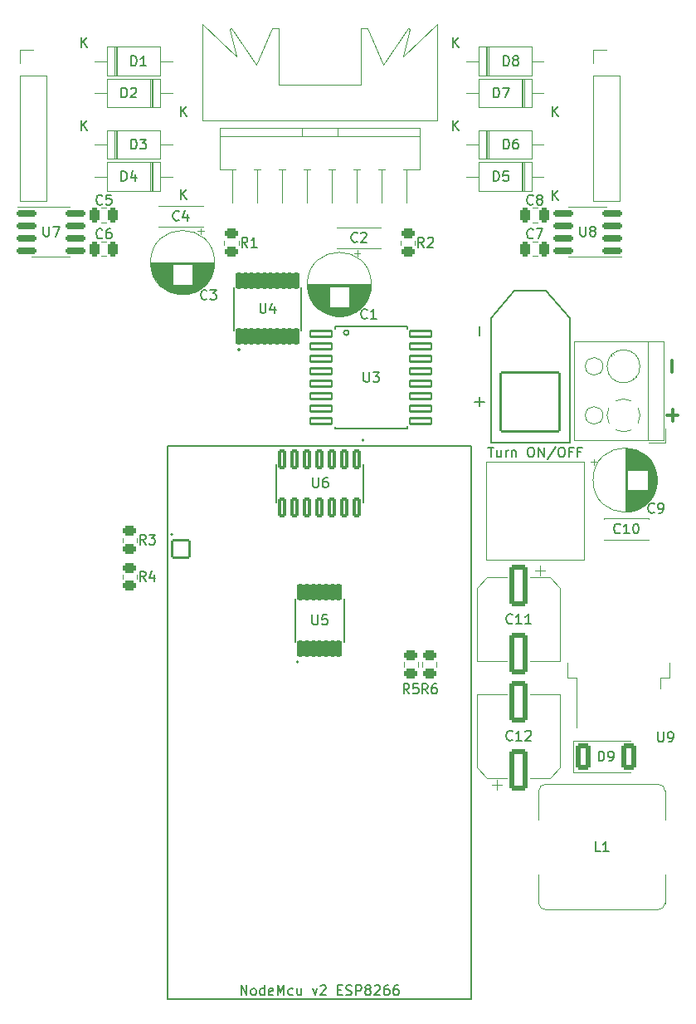
<source format=gto>
G04 #@! TF.GenerationSoftware,KiCad,Pcbnew,(6.0.1)*
G04 #@! TF.CreationDate,2025-03-11T18:22:55+01:00*
G04 #@! TF.ProjectId,TwoWheelRobotPCB,54776f57-6865-4656-9c52-6f626f745043,rev?*
G04 #@! TF.SameCoordinates,Original*
G04 #@! TF.FileFunction,Legend,Top*
G04 #@! TF.FilePolarity,Positive*
%FSLAX46Y46*%
G04 Gerber Fmt 4.6, Leading zero omitted, Abs format (unit mm)*
G04 Created by KiCad (PCBNEW (6.0.1)) date 2025-03-11 18:22:55*
%MOMM*%
%LPD*%
G01*
G04 APERTURE LIST*
G04 Aperture macros list*
%AMRoundRect*
0 Rectangle with rounded corners*
0 $1 Rounding radius*
0 $2 $3 $4 $5 $6 $7 $8 $9 X,Y pos of 4 corners*
0 Add a 4 corners polygon primitive as box body*
4,1,4,$2,$3,$4,$5,$6,$7,$8,$9,$2,$3,0*
0 Add four circle primitives for the rounded corners*
1,1,$1+$1,$2,$3*
1,1,$1+$1,$4,$5*
1,1,$1+$1,$6,$7*
1,1,$1+$1,$8,$9*
0 Add four rect primitives between the rounded corners*
20,1,$1+$1,$2,$3,$4,$5,0*
20,1,$1+$1,$4,$5,$6,$7,0*
20,1,$1+$1,$6,$7,$8,$9,0*
20,1,$1+$1,$8,$9,$2,$3,0*%
G04 Aperture macros list end*
%ADD10C,0.300000*%
%ADD11C,0.150000*%
%ADD12C,0.120000*%
%ADD13C,0.127000*%
%ADD14C,0.200000*%
%ADD15C,3.800000*%
%ADD16C,1.600000*%
%ADD17RoundRect,0.250000X0.450000X-0.262500X0.450000X0.262500X-0.450000X0.262500X-0.450000X-0.262500X0*%
%ADD18RoundRect,0.153250X0.153750X-0.733750X0.153750X0.733750X-0.153750X0.733750X-0.153750X-0.733750X0*%
%ADD19R,3.100000X5.000000*%
%ADD20RoundRect,0.249999X-0.512501X-1.075001X0.512501X-1.075001X0.512501X1.075001X-0.512501X1.075001X0*%
%ADD21R,1.700000X1.700000*%
%ADD22O,1.700000X1.700000*%
%ADD23R,1.800000X1.800000*%
%ADD24O,1.800000X1.800000*%
%ADD25R,1.100000X4.600000*%
%ADD26R,10.800000X9.400000*%
%ADD27RoundRect,0.250000X-0.250000X-0.475000X0.250000X-0.475000X0.250000X0.475000X-0.250000X0.475000X0*%
%ADD28RoundRect,0.250000X-0.450000X0.262500X-0.450000X-0.262500X0.450000X-0.262500X0.450000X0.262500X0*%
%ADD29R,1.600000X1.600000*%
%ADD30RoundRect,0.250000X0.250000X0.475000X-0.250000X0.475000X-0.250000X-0.475000X0.250000X-0.475000X0*%
%ADD31C,6.204000*%
%ADD32RoundRect,0.102000X3.000000X-3.000000X3.000000X3.000000X-3.000000X3.000000X-3.000000X-3.000000X0*%
%ADD33RoundRect,0.177000X-0.225000X0.875000X-0.225000X-0.875000X0.225000X-0.875000X0.225000X0.875000X0*%
%ADD34RoundRect,0.102000X-1.104900X0.304800X-1.104900X-0.304800X1.104900X-0.304800X1.104900X0.304800X0*%
%ADD35RoundRect,0.250000X-0.700000X1.825000X-0.700000X-1.825000X0.700000X-1.825000X0.700000X1.825000X0*%
%ADD36RoundRect,0.150000X-0.825000X-0.150000X0.825000X-0.150000X0.825000X0.150000X-0.825000X0.150000X0*%
%ADD37RoundRect,0.102000X-0.876300X-0.876300X0.876300X-0.876300X0.876300X0.876300X-0.876300X0.876300X0*%
%ADD38C,1.956600*%
%ADD39C,5.000000*%
%ADD40RoundRect,0.250000X0.700000X-1.825000X0.700000X1.825000X-0.700000X1.825000X-0.700000X-1.825000X0*%
%ADD41R,2.500000X2.500000*%
%ADD42C,2.500000*%
%ADD43RoundRect,0.150000X0.825000X0.150000X-0.825000X0.150000X-0.825000X-0.150000X0.825000X-0.150000X0*%
G04 APERTURE END LIST*
D10*
X165907142Y-95671428D02*
X165907142Y-94528571D01*
X165428571Y-100107142D02*
X166571428Y-100107142D01*
X166000000Y-100678571D02*
X166000000Y-99535714D01*
D11*
X147166666Y-103352380D02*
X147738095Y-103352380D01*
X147452380Y-104352380D02*
X147452380Y-103352380D01*
X148500000Y-103685714D02*
X148500000Y-104352380D01*
X148071428Y-103685714D02*
X148071428Y-104209523D01*
X148119047Y-104304761D01*
X148214285Y-104352380D01*
X148357142Y-104352380D01*
X148452380Y-104304761D01*
X148500000Y-104257142D01*
X148976190Y-104352380D02*
X148976190Y-103685714D01*
X148976190Y-103876190D02*
X149023809Y-103780952D01*
X149071428Y-103733333D01*
X149166666Y-103685714D01*
X149261904Y-103685714D01*
X149595238Y-103685714D02*
X149595238Y-104352380D01*
X149595238Y-103780952D02*
X149642857Y-103733333D01*
X149738095Y-103685714D01*
X149880952Y-103685714D01*
X149976190Y-103733333D01*
X150023809Y-103828571D01*
X150023809Y-104352380D01*
X151452380Y-103352380D02*
X151642857Y-103352380D01*
X151738095Y-103400000D01*
X151833333Y-103495238D01*
X151880952Y-103685714D01*
X151880952Y-104019047D01*
X151833333Y-104209523D01*
X151738095Y-104304761D01*
X151642857Y-104352380D01*
X151452380Y-104352380D01*
X151357142Y-104304761D01*
X151261904Y-104209523D01*
X151214285Y-104019047D01*
X151214285Y-103685714D01*
X151261904Y-103495238D01*
X151357142Y-103400000D01*
X151452380Y-103352380D01*
X152309523Y-104352380D02*
X152309523Y-103352380D01*
X152880952Y-104352380D01*
X152880952Y-103352380D01*
X154071428Y-103304761D02*
X153214285Y-104590476D01*
X154595238Y-103352380D02*
X154785714Y-103352380D01*
X154880952Y-103400000D01*
X154976190Y-103495238D01*
X155023809Y-103685714D01*
X155023809Y-104019047D01*
X154976190Y-104209523D01*
X154880952Y-104304761D01*
X154785714Y-104352380D01*
X154595238Y-104352380D01*
X154500000Y-104304761D01*
X154404761Y-104209523D01*
X154357142Y-104019047D01*
X154357142Y-103685714D01*
X154404761Y-103495238D01*
X154500000Y-103400000D01*
X154595238Y-103352380D01*
X155785714Y-103828571D02*
X155452380Y-103828571D01*
X155452380Y-104352380D02*
X155452380Y-103352380D01*
X155928571Y-103352380D01*
X156642857Y-103828571D02*
X156309523Y-103828571D01*
X156309523Y-104352380D02*
X156309523Y-103352380D01*
X156785714Y-103352380D01*
X121976190Y-159202380D02*
X121976190Y-158202380D01*
X122547619Y-159202380D01*
X122547619Y-158202380D01*
X123166666Y-159202380D02*
X123071428Y-159154761D01*
X123023809Y-159107142D01*
X122976190Y-159011904D01*
X122976190Y-158726190D01*
X123023809Y-158630952D01*
X123071428Y-158583333D01*
X123166666Y-158535714D01*
X123309523Y-158535714D01*
X123404761Y-158583333D01*
X123452380Y-158630952D01*
X123500000Y-158726190D01*
X123500000Y-159011904D01*
X123452380Y-159107142D01*
X123404761Y-159154761D01*
X123309523Y-159202380D01*
X123166666Y-159202380D01*
X124357142Y-159202380D02*
X124357142Y-158202380D01*
X124357142Y-159154761D02*
X124261904Y-159202380D01*
X124071428Y-159202380D01*
X123976190Y-159154761D01*
X123928571Y-159107142D01*
X123880952Y-159011904D01*
X123880952Y-158726190D01*
X123928571Y-158630952D01*
X123976190Y-158583333D01*
X124071428Y-158535714D01*
X124261904Y-158535714D01*
X124357142Y-158583333D01*
X125214285Y-159154761D02*
X125119047Y-159202380D01*
X124928571Y-159202380D01*
X124833333Y-159154761D01*
X124785714Y-159059523D01*
X124785714Y-158678571D01*
X124833333Y-158583333D01*
X124928571Y-158535714D01*
X125119047Y-158535714D01*
X125214285Y-158583333D01*
X125261904Y-158678571D01*
X125261904Y-158773809D01*
X124785714Y-158869047D01*
X125690476Y-159202380D02*
X125690476Y-158202380D01*
X126023809Y-158916666D01*
X126357142Y-158202380D01*
X126357142Y-159202380D01*
X127261904Y-159154761D02*
X127166666Y-159202380D01*
X126976190Y-159202380D01*
X126880952Y-159154761D01*
X126833333Y-159107142D01*
X126785714Y-159011904D01*
X126785714Y-158726190D01*
X126833333Y-158630952D01*
X126880952Y-158583333D01*
X126976190Y-158535714D01*
X127166666Y-158535714D01*
X127261904Y-158583333D01*
X128119047Y-158535714D02*
X128119047Y-159202380D01*
X127690476Y-158535714D02*
X127690476Y-159059523D01*
X127738095Y-159154761D01*
X127833333Y-159202380D01*
X127976190Y-159202380D01*
X128071428Y-159154761D01*
X128119047Y-159107142D01*
X129261904Y-158535714D02*
X129500000Y-159202380D01*
X129738095Y-158535714D01*
X130071428Y-158297619D02*
X130119047Y-158250000D01*
X130214285Y-158202380D01*
X130452380Y-158202380D01*
X130547619Y-158250000D01*
X130595238Y-158297619D01*
X130642857Y-158392857D01*
X130642857Y-158488095D01*
X130595238Y-158630952D01*
X130023809Y-159202380D01*
X130642857Y-159202380D01*
X131833333Y-158678571D02*
X132166666Y-158678571D01*
X132309523Y-159202380D02*
X131833333Y-159202380D01*
X131833333Y-158202380D01*
X132309523Y-158202380D01*
X132690476Y-159154761D02*
X132833333Y-159202380D01*
X133071428Y-159202380D01*
X133166666Y-159154761D01*
X133214285Y-159107142D01*
X133261904Y-159011904D01*
X133261904Y-158916666D01*
X133214285Y-158821428D01*
X133166666Y-158773809D01*
X133071428Y-158726190D01*
X132880952Y-158678571D01*
X132785714Y-158630952D01*
X132738095Y-158583333D01*
X132690476Y-158488095D01*
X132690476Y-158392857D01*
X132738095Y-158297619D01*
X132785714Y-158250000D01*
X132880952Y-158202380D01*
X133119047Y-158202380D01*
X133261904Y-158250000D01*
X133690476Y-159202380D02*
X133690476Y-158202380D01*
X134071428Y-158202380D01*
X134166666Y-158250000D01*
X134214285Y-158297619D01*
X134261904Y-158392857D01*
X134261904Y-158535714D01*
X134214285Y-158630952D01*
X134166666Y-158678571D01*
X134071428Y-158726190D01*
X133690476Y-158726190D01*
X134833333Y-158630952D02*
X134738095Y-158583333D01*
X134690476Y-158535714D01*
X134642857Y-158440476D01*
X134642857Y-158392857D01*
X134690476Y-158297619D01*
X134738095Y-158250000D01*
X134833333Y-158202380D01*
X135023809Y-158202380D01*
X135119047Y-158250000D01*
X135166666Y-158297619D01*
X135214285Y-158392857D01*
X135214285Y-158440476D01*
X135166666Y-158535714D01*
X135119047Y-158583333D01*
X135023809Y-158630952D01*
X134833333Y-158630952D01*
X134738095Y-158678571D01*
X134690476Y-158726190D01*
X134642857Y-158821428D01*
X134642857Y-159011904D01*
X134690476Y-159107142D01*
X134738095Y-159154761D01*
X134833333Y-159202380D01*
X135023809Y-159202380D01*
X135119047Y-159154761D01*
X135166666Y-159107142D01*
X135214285Y-159011904D01*
X135214285Y-158821428D01*
X135166666Y-158726190D01*
X135119047Y-158678571D01*
X135023809Y-158630952D01*
X135595238Y-158297619D02*
X135642857Y-158250000D01*
X135738095Y-158202380D01*
X135976190Y-158202380D01*
X136071428Y-158250000D01*
X136119047Y-158297619D01*
X136166666Y-158392857D01*
X136166666Y-158488095D01*
X136119047Y-158630952D01*
X135547619Y-159202380D01*
X136166666Y-159202380D01*
X137023809Y-158202380D02*
X136833333Y-158202380D01*
X136738095Y-158250000D01*
X136690476Y-158297619D01*
X136595238Y-158440476D01*
X136547619Y-158630952D01*
X136547619Y-159011904D01*
X136595238Y-159107142D01*
X136642857Y-159154761D01*
X136738095Y-159202380D01*
X136928571Y-159202380D01*
X137023809Y-159154761D01*
X137071428Y-159107142D01*
X137119047Y-159011904D01*
X137119047Y-158773809D01*
X137071428Y-158678571D01*
X137023809Y-158630952D01*
X136928571Y-158583333D01*
X136738095Y-158583333D01*
X136642857Y-158630952D01*
X136595238Y-158678571D01*
X136547619Y-158773809D01*
X137976190Y-158202380D02*
X137785714Y-158202380D01*
X137690476Y-158250000D01*
X137642857Y-158297619D01*
X137547619Y-158440476D01*
X137500000Y-158630952D01*
X137500000Y-159011904D01*
X137547619Y-159107142D01*
X137595238Y-159154761D01*
X137690476Y-159202380D01*
X137880952Y-159202380D01*
X137976190Y-159154761D01*
X138023809Y-159107142D01*
X138071428Y-159011904D01*
X138071428Y-158773809D01*
X138023809Y-158678571D01*
X137976190Y-158630952D01*
X137880952Y-158583333D01*
X137690476Y-158583333D01*
X137595238Y-158630952D01*
X137547619Y-158678571D01*
X137500000Y-158773809D01*
X115633333Y-80157142D02*
X115585714Y-80204761D01*
X115442857Y-80252380D01*
X115347619Y-80252380D01*
X115204761Y-80204761D01*
X115109523Y-80109523D01*
X115061904Y-80014285D01*
X115014285Y-79823809D01*
X115014285Y-79680952D01*
X115061904Y-79490476D01*
X115109523Y-79395238D01*
X115204761Y-79300000D01*
X115347619Y-79252380D01*
X115442857Y-79252380D01*
X115585714Y-79300000D01*
X115633333Y-79347619D01*
X116490476Y-79585714D02*
X116490476Y-80252380D01*
X116252380Y-79204761D02*
X116014285Y-79919047D01*
X116633333Y-79919047D01*
X139133333Y-128464880D02*
X138800000Y-127988690D01*
X138561904Y-128464880D02*
X138561904Y-127464880D01*
X138942857Y-127464880D01*
X139038095Y-127512500D01*
X139085714Y-127560119D01*
X139133333Y-127655357D01*
X139133333Y-127798214D01*
X139085714Y-127893452D01*
X139038095Y-127941071D01*
X138942857Y-127988690D01*
X138561904Y-127988690D01*
X140038095Y-127464880D02*
X139561904Y-127464880D01*
X139514285Y-127941071D01*
X139561904Y-127893452D01*
X139657142Y-127845833D01*
X139895238Y-127845833D01*
X139990476Y-127893452D01*
X140038095Y-127941071D01*
X140085714Y-128036309D01*
X140085714Y-128274404D01*
X140038095Y-128369642D01*
X139990476Y-128417261D01*
X139895238Y-128464880D01*
X139657142Y-128464880D01*
X139561904Y-128417261D01*
X139514285Y-128369642D01*
X129238095Y-120452380D02*
X129238095Y-121261904D01*
X129285714Y-121357142D01*
X129333333Y-121404761D01*
X129428571Y-121452380D01*
X129619047Y-121452380D01*
X129714285Y-121404761D01*
X129761904Y-121357142D01*
X129809523Y-121261904D01*
X129809523Y-120452380D01*
X130761904Y-120452380D02*
X130285714Y-120452380D01*
X130238095Y-120928571D01*
X130285714Y-120880952D01*
X130380952Y-120833333D01*
X130619047Y-120833333D01*
X130714285Y-120880952D01*
X130761904Y-120928571D01*
X130809523Y-121023809D01*
X130809523Y-121261904D01*
X130761904Y-121357142D01*
X130714285Y-121404761D01*
X130619047Y-121452380D01*
X130380952Y-121452380D01*
X130285714Y-121404761D01*
X130238095Y-121357142D01*
X112233333Y-113262380D02*
X111900000Y-112786190D01*
X111661904Y-113262380D02*
X111661904Y-112262380D01*
X112042857Y-112262380D01*
X112138095Y-112310000D01*
X112185714Y-112357619D01*
X112233333Y-112452857D01*
X112233333Y-112595714D01*
X112185714Y-112690952D01*
X112138095Y-112738571D01*
X112042857Y-112786190D01*
X111661904Y-112786190D01*
X112566666Y-112262380D02*
X113185714Y-112262380D01*
X112852380Y-112643333D01*
X112995238Y-112643333D01*
X113090476Y-112690952D01*
X113138095Y-112738571D01*
X113185714Y-112833809D01*
X113185714Y-113071904D01*
X113138095Y-113167142D01*
X113090476Y-113214761D01*
X112995238Y-113262380D01*
X112709523Y-113262380D01*
X112614285Y-113214761D01*
X112566666Y-113167142D01*
X158633333Y-144552380D02*
X158157142Y-144552380D01*
X158157142Y-143552380D01*
X159490476Y-144552380D02*
X158919047Y-144552380D01*
X159204761Y-144552380D02*
X159204761Y-143552380D01*
X159109523Y-143695238D01*
X159014285Y-143790476D01*
X158919047Y-143838095D01*
X158461904Y-135352380D02*
X158461904Y-134352380D01*
X158700000Y-134352380D01*
X158842857Y-134400000D01*
X158938095Y-134495238D01*
X158985714Y-134590476D01*
X159033333Y-134780952D01*
X159033333Y-134923809D01*
X158985714Y-135114285D01*
X158938095Y-135209523D01*
X158842857Y-135304761D01*
X158700000Y-135352380D01*
X158461904Y-135352380D01*
X159509523Y-135352380D02*
X159700000Y-135352380D01*
X159795238Y-135304761D01*
X159842857Y-135257142D01*
X159938095Y-135114285D01*
X159985714Y-134923809D01*
X159985714Y-134542857D01*
X159938095Y-134447619D01*
X159890476Y-134400000D01*
X159795238Y-134352380D01*
X159604761Y-134352380D01*
X159509523Y-134400000D01*
X159461904Y-134447619D01*
X159414285Y-134542857D01*
X159414285Y-134780952D01*
X159461904Y-134876190D01*
X159509523Y-134923809D01*
X159604761Y-134971428D01*
X159795238Y-134971428D01*
X159890476Y-134923809D01*
X159938095Y-134876190D01*
X159985714Y-134780952D01*
X148761904Y-64452380D02*
X148761904Y-63452380D01*
X149000000Y-63452380D01*
X149142857Y-63500000D01*
X149238095Y-63595238D01*
X149285714Y-63690476D01*
X149333333Y-63880952D01*
X149333333Y-64023809D01*
X149285714Y-64214285D01*
X149238095Y-64309523D01*
X149142857Y-64404761D01*
X149000000Y-64452380D01*
X148761904Y-64452380D01*
X149904761Y-63880952D02*
X149809523Y-63833333D01*
X149761904Y-63785714D01*
X149714285Y-63690476D01*
X149714285Y-63642857D01*
X149761904Y-63547619D01*
X149809523Y-63500000D01*
X149904761Y-63452380D01*
X150095238Y-63452380D01*
X150190476Y-63500000D01*
X150238095Y-63547619D01*
X150285714Y-63642857D01*
X150285714Y-63690476D01*
X150238095Y-63785714D01*
X150190476Y-63833333D01*
X150095238Y-63880952D01*
X149904761Y-63880952D01*
X149809523Y-63928571D01*
X149761904Y-63976190D01*
X149714285Y-64071428D01*
X149714285Y-64261904D01*
X149761904Y-64357142D01*
X149809523Y-64404761D01*
X149904761Y-64452380D01*
X150095238Y-64452380D01*
X150190476Y-64404761D01*
X150238095Y-64357142D01*
X150285714Y-64261904D01*
X150285714Y-64071428D01*
X150238095Y-63976190D01*
X150190476Y-63928571D01*
X150095238Y-63880952D01*
X143578095Y-62552380D02*
X143578095Y-61552380D01*
X144149523Y-62552380D02*
X143720952Y-61980952D01*
X144149523Y-61552380D02*
X143578095Y-62123809D01*
X133833333Y-82357142D02*
X133785714Y-82404761D01*
X133642857Y-82452380D01*
X133547619Y-82452380D01*
X133404761Y-82404761D01*
X133309523Y-82309523D01*
X133261904Y-82214285D01*
X133214285Y-82023809D01*
X133214285Y-81880952D01*
X133261904Y-81690476D01*
X133309523Y-81595238D01*
X133404761Y-81500000D01*
X133547619Y-81452380D01*
X133642857Y-81452380D01*
X133785714Y-81500000D01*
X133833333Y-81547619D01*
X134214285Y-81547619D02*
X134261904Y-81500000D01*
X134357142Y-81452380D01*
X134595238Y-81452380D01*
X134690476Y-81500000D01*
X134738095Y-81547619D01*
X134785714Y-81642857D01*
X134785714Y-81738095D01*
X134738095Y-81880952D01*
X134166666Y-82452380D01*
X134785714Y-82452380D01*
X164513095Y-132377380D02*
X164513095Y-133186904D01*
X164560714Y-133282142D01*
X164608333Y-133329761D01*
X164703571Y-133377380D01*
X164894047Y-133377380D01*
X164989285Y-133329761D01*
X165036904Y-133282142D01*
X165084523Y-133186904D01*
X165084523Y-132377380D01*
X165608333Y-133377380D02*
X165798809Y-133377380D01*
X165894047Y-133329761D01*
X165941666Y-133282142D01*
X166036904Y-133139285D01*
X166084523Y-132948809D01*
X166084523Y-132567857D01*
X166036904Y-132472619D01*
X165989285Y-132425000D01*
X165894047Y-132377380D01*
X165703571Y-132377380D01*
X165608333Y-132425000D01*
X165560714Y-132472619D01*
X165513095Y-132567857D01*
X165513095Y-132805952D01*
X165560714Y-132901190D01*
X165608333Y-132948809D01*
X165703571Y-132996428D01*
X165894047Y-132996428D01*
X165989285Y-132948809D01*
X166036904Y-132901190D01*
X166084523Y-132805952D01*
X107803333Y-78537142D02*
X107755714Y-78584761D01*
X107612857Y-78632380D01*
X107517619Y-78632380D01*
X107374761Y-78584761D01*
X107279523Y-78489523D01*
X107231904Y-78394285D01*
X107184285Y-78203809D01*
X107184285Y-78060952D01*
X107231904Y-77870476D01*
X107279523Y-77775238D01*
X107374761Y-77680000D01*
X107517619Y-77632380D01*
X107612857Y-77632380D01*
X107755714Y-77680000D01*
X107803333Y-77727619D01*
X108708095Y-77632380D02*
X108231904Y-77632380D01*
X108184285Y-78108571D01*
X108231904Y-78060952D01*
X108327142Y-78013333D01*
X108565238Y-78013333D01*
X108660476Y-78060952D01*
X108708095Y-78108571D01*
X108755714Y-78203809D01*
X108755714Y-78441904D01*
X108708095Y-78537142D01*
X108660476Y-78584761D01*
X108565238Y-78632380D01*
X108327142Y-78632380D01*
X108231904Y-78584761D01*
X108184285Y-78537142D01*
X140633333Y-82952380D02*
X140300000Y-82476190D01*
X140061904Y-82952380D02*
X140061904Y-81952380D01*
X140442857Y-81952380D01*
X140538095Y-82000000D01*
X140585714Y-82047619D01*
X140633333Y-82142857D01*
X140633333Y-82285714D01*
X140585714Y-82380952D01*
X140538095Y-82428571D01*
X140442857Y-82476190D01*
X140061904Y-82476190D01*
X141014285Y-82047619D02*
X141061904Y-82000000D01*
X141157142Y-81952380D01*
X141395238Y-81952380D01*
X141490476Y-82000000D01*
X141538095Y-82047619D01*
X141585714Y-82142857D01*
X141585714Y-82238095D01*
X141538095Y-82380952D01*
X140966666Y-82952380D01*
X141585714Y-82952380D01*
X151781338Y-78538022D02*
X151733719Y-78585641D01*
X151590862Y-78633260D01*
X151495624Y-78633260D01*
X151352766Y-78585641D01*
X151257528Y-78490403D01*
X151209909Y-78395165D01*
X151162290Y-78204689D01*
X151162290Y-78061832D01*
X151209909Y-77871356D01*
X151257528Y-77776118D01*
X151352766Y-77680880D01*
X151495624Y-77633260D01*
X151590862Y-77633260D01*
X151733719Y-77680880D01*
X151781338Y-77728499D01*
X152352766Y-78061832D02*
X152257528Y-78014213D01*
X152209909Y-77966594D01*
X152162290Y-77871356D01*
X152162290Y-77823737D01*
X152209909Y-77728499D01*
X152257528Y-77680880D01*
X152352766Y-77633260D01*
X152543243Y-77633260D01*
X152638481Y-77680880D01*
X152686100Y-77728499D01*
X152733719Y-77823737D01*
X152733719Y-77871356D01*
X152686100Y-77966594D01*
X152638481Y-78014213D01*
X152543243Y-78061832D01*
X152352766Y-78061832D01*
X152257528Y-78109451D01*
X152209909Y-78157070D01*
X152162290Y-78252308D01*
X152162290Y-78442784D01*
X152209909Y-78538022D01*
X152257528Y-78585641D01*
X152352766Y-78633260D01*
X152543243Y-78633260D01*
X152638481Y-78585641D01*
X152686100Y-78538022D01*
X152733719Y-78442784D01*
X152733719Y-78252308D01*
X152686100Y-78157070D01*
X152638481Y-78109451D01*
X152543243Y-78061832D01*
X147761904Y-76202380D02*
X147761904Y-75202380D01*
X148000000Y-75202380D01*
X148142857Y-75250000D01*
X148238095Y-75345238D01*
X148285714Y-75440476D01*
X148333333Y-75630952D01*
X148333333Y-75773809D01*
X148285714Y-75964285D01*
X148238095Y-76059523D01*
X148142857Y-76154761D01*
X148000000Y-76202380D01*
X147761904Y-76202380D01*
X149238095Y-75202380D02*
X148761904Y-75202380D01*
X148714285Y-75678571D01*
X148761904Y-75630952D01*
X148857142Y-75583333D01*
X149095238Y-75583333D01*
X149190476Y-75630952D01*
X149238095Y-75678571D01*
X149285714Y-75773809D01*
X149285714Y-76011904D01*
X149238095Y-76107142D01*
X149190476Y-76154761D01*
X149095238Y-76202380D01*
X148857142Y-76202380D01*
X148761904Y-76154761D01*
X148714285Y-76107142D01*
X153738095Y-78152380D02*
X153738095Y-77152380D01*
X154309523Y-78152380D02*
X153880952Y-77580952D01*
X154309523Y-77152380D02*
X153738095Y-77723809D01*
X134833333Y-90157142D02*
X134785714Y-90204761D01*
X134642857Y-90252380D01*
X134547619Y-90252380D01*
X134404761Y-90204761D01*
X134309523Y-90109523D01*
X134261904Y-90014285D01*
X134214285Y-89823809D01*
X134214285Y-89680952D01*
X134261904Y-89490476D01*
X134309523Y-89395238D01*
X134404761Y-89300000D01*
X134547619Y-89252380D01*
X134642857Y-89252380D01*
X134785714Y-89300000D01*
X134833333Y-89347619D01*
X135785714Y-90252380D02*
X135214285Y-90252380D01*
X135500000Y-90252380D02*
X135500000Y-89252380D01*
X135404761Y-89395238D01*
X135309523Y-89490476D01*
X135214285Y-89538095D01*
X151780731Y-81978080D02*
X151733112Y-82025699D01*
X151590255Y-82073318D01*
X151495017Y-82073318D01*
X151352159Y-82025699D01*
X151256921Y-81930461D01*
X151209302Y-81835223D01*
X151161683Y-81644747D01*
X151161683Y-81501890D01*
X151209302Y-81311414D01*
X151256921Y-81216176D01*
X151352159Y-81120938D01*
X151495017Y-81073318D01*
X151590255Y-81073318D01*
X151733112Y-81120938D01*
X151780731Y-81168557D01*
X152114064Y-81073318D02*
X152780731Y-81073318D01*
X152352159Y-82073318D01*
X118483333Y-88207142D02*
X118435714Y-88254761D01*
X118292857Y-88302380D01*
X118197619Y-88302380D01*
X118054761Y-88254761D01*
X117959523Y-88159523D01*
X117911904Y-88064285D01*
X117864285Y-87873809D01*
X117864285Y-87730952D01*
X117911904Y-87540476D01*
X117959523Y-87445238D01*
X118054761Y-87350000D01*
X118197619Y-87302380D01*
X118292857Y-87302380D01*
X118435714Y-87350000D01*
X118483333Y-87397619D01*
X118816666Y-87302380D02*
X119435714Y-87302380D01*
X119102380Y-87683333D01*
X119245238Y-87683333D01*
X119340476Y-87730952D01*
X119388095Y-87778571D01*
X119435714Y-87873809D01*
X119435714Y-88111904D01*
X119388095Y-88207142D01*
X119340476Y-88254761D01*
X119245238Y-88302380D01*
X118959523Y-88302380D01*
X118864285Y-88254761D01*
X118816666Y-88207142D01*
X107803333Y-81977142D02*
X107755714Y-82024761D01*
X107612857Y-82072380D01*
X107517619Y-82072380D01*
X107374761Y-82024761D01*
X107279523Y-81929523D01*
X107231904Y-81834285D01*
X107184285Y-81643809D01*
X107184285Y-81500952D01*
X107231904Y-81310476D01*
X107279523Y-81215238D01*
X107374761Y-81120000D01*
X107517619Y-81072380D01*
X107612857Y-81072380D01*
X107755714Y-81120000D01*
X107803333Y-81167619D01*
X108660476Y-81072380D02*
X108470000Y-81072380D01*
X108374761Y-81120000D01*
X108327142Y-81167619D01*
X108231904Y-81310476D01*
X108184285Y-81500952D01*
X108184285Y-81881904D01*
X108231904Y-81977142D01*
X108279523Y-82024761D01*
X108374761Y-82072380D01*
X108565238Y-82072380D01*
X108660476Y-82024761D01*
X108708095Y-81977142D01*
X108755714Y-81881904D01*
X108755714Y-81643809D01*
X108708095Y-81548571D01*
X108660476Y-81500952D01*
X108565238Y-81453333D01*
X108374761Y-81453333D01*
X108279523Y-81500952D01*
X108231904Y-81548571D01*
X108184285Y-81643809D01*
X129296345Y-106452380D02*
X129296345Y-107261904D01*
X129343964Y-107357142D01*
X129391583Y-107404761D01*
X129486821Y-107452380D01*
X129677297Y-107452380D01*
X129772535Y-107404761D01*
X129820154Y-107357142D01*
X129867773Y-107261904D01*
X129867773Y-106452380D01*
X130772535Y-106452380D02*
X130582059Y-106452380D01*
X130486821Y-106500000D01*
X130439202Y-106547619D01*
X130343964Y-106690476D01*
X130296345Y-106880952D01*
X130296345Y-107261904D01*
X130343964Y-107357142D01*
X130391583Y-107404761D01*
X130486821Y-107452380D01*
X130677297Y-107452380D01*
X130772535Y-107404761D01*
X130820154Y-107357142D01*
X130867773Y-107261904D01*
X130867773Y-107023809D01*
X130820154Y-106928571D01*
X130772535Y-106880952D01*
X130677297Y-106833333D01*
X130486821Y-106833333D01*
X130391583Y-106880952D01*
X130343964Y-106928571D01*
X130296345Y-107023809D01*
X134488095Y-95702380D02*
X134488095Y-96511904D01*
X134535714Y-96607142D01*
X134583333Y-96654761D01*
X134678571Y-96702380D01*
X134869047Y-96702380D01*
X134964285Y-96654761D01*
X135011904Y-96607142D01*
X135059523Y-96511904D01*
X135059523Y-95702380D01*
X135440476Y-95702380D02*
X136059523Y-95702380D01*
X135726190Y-96083333D01*
X135869047Y-96083333D01*
X135964285Y-96130952D01*
X136011904Y-96178571D01*
X136059523Y-96273809D01*
X136059523Y-96511904D01*
X136011904Y-96607142D01*
X135964285Y-96654761D01*
X135869047Y-96702380D01*
X135583333Y-96702380D01*
X135488095Y-96654761D01*
X135440476Y-96607142D01*
X109761904Y-67702380D02*
X109761904Y-66702380D01*
X110000000Y-66702380D01*
X110142857Y-66750000D01*
X110238095Y-66845238D01*
X110285714Y-66940476D01*
X110333333Y-67130952D01*
X110333333Y-67273809D01*
X110285714Y-67464285D01*
X110238095Y-67559523D01*
X110142857Y-67654761D01*
X110000000Y-67702380D01*
X109761904Y-67702380D01*
X110714285Y-66797619D02*
X110761904Y-66750000D01*
X110857142Y-66702380D01*
X111095238Y-66702380D01*
X111190476Y-66750000D01*
X111238095Y-66797619D01*
X111285714Y-66892857D01*
X111285714Y-66988095D01*
X111238095Y-67130952D01*
X110666666Y-67702380D01*
X111285714Y-67702380D01*
X115818095Y-69602380D02*
X115818095Y-68602380D01*
X116389523Y-69602380D02*
X115960952Y-69030952D01*
X116389523Y-68602380D02*
X115818095Y-69173809D01*
X160657142Y-112057142D02*
X160609523Y-112104761D01*
X160466666Y-112152380D01*
X160371428Y-112152380D01*
X160228571Y-112104761D01*
X160133333Y-112009523D01*
X160085714Y-111914285D01*
X160038095Y-111723809D01*
X160038095Y-111580952D01*
X160085714Y-111390476D01*
X160133333Y-111295238D01*
X160228571Y-111200000D01*
X160371428Y-111152380D01*
X160466666Y-111152380D01*
X160609523Y-111200000D01*
X160657142Y-111247619D01*
X161609523Y-112152380D02*
X161038095Y-112152380D01*
X161323809Y-112152380D02*
X161323809Y-111152380D01*
X161228571Y-111295238D01*
X161133333Y-111390476D01*
X161038095Y-111438095D01*
X162228571Y-111152380D02*
X162323809Y-111152380D01*
X162419047Y-111200000D01*
X162466666Y-111247619D01*
X162514285Y-111342857D01*
X162561904Y-111533333D01*
X162561904Y-111771428D01*
X162514285Y-111961904D01*
X162466666Y-112057142D01*
X162419047Y-112104761D01*
X162323809Y-112152380D01*
X162228571Y-112152380D01*
X162133333Y-112104761D01*
X162085714Y-112057142D01*
X162038095Y-111961904D01*
X161990476Y-111771428D01*
X161990476Y-111533333D01*
X162038095Y-111342857D01*
X162085714Y-111247619D01*
X162133333Y-111200000D01*
X162228571Y-111152380D01*
X112233333Y-117012380D02*
X111900000Y-116536190D01*
X111661904Y-117012380D02*
X111661904Y-116012380D01*
X112042857Y-116012380D01*
X112138095Y-116060000D01*
X112185714Y-116107619D01*
X112233333Y-116202857D01*
X112233333Y-116345714D01*
X112185714Y-116440952D01*
X112138095Y-116488571D01*
X112042857Y-116536190D01*
X111661904Y-116536190D01*
X113090476Y-116345714D02*
X113090476Y-117012380D01*
X112852380Y-115964761D02*
X112614285Y-116679047D01*
X113233333Y-116679047D01*
X149657142Y-121257142D02*
X149609523Y-121304761D01*
X149466666Y-121352380D01*
X149371428Y-121352380D01*
X149228571Y-121304761D01*
X149133333Y-121209523D01*
X149085714Y-121114285D01*
X149038095Y-120923809D01*
X149038095Y-120780952D01*
X149085714Y-120590476D01*
X149133333Y-120495238D01*
X149228571Y-120400000D01*
X149371428Y-120352380D01*
X149466666Y-120352380D01*
X149609523Y-120400000D01*
X149657142Y-120447619D01*
X150609523Y-121352380D02*
X150038095Y-121352380D01*
X150323809Y-121352380D02*
X150323809Y-120352380D01*
X150228571Y-120495238D01*
X150133333Y-120590476D01*
X150038095Y-120638095D01*
X151561904Y-121352380D02*
X150990476Y-121352380D01*
X151276190Y-121352380D02*
X151276190Y-120352380D01*
X151180952Y-120495238D01*
X151085714Y-120590476D01*
X150990476Y-120638095D01*
X141033333Y-128464880D02*
X140700000Y-127988690D01*
X140461904Y-128464880D02*
X140461904Y-127464880D01*
X140842857Y-127464880D01*
X140938095Y-127512500D01*
X140985714Y-127560119D01*
X141033333Y-127655357D01*
X141033333Y-127798214D01*
X140985714Y-127893452D01*
X140938095Y-127941071D01*
X140842857Y-127988690D01*
X140461904Y-127988690D01*
X141890476Y-127464880D02*
X141700000Y-127464880D01*
X141604761Y-127512500D01*
X141557142Y-127560119D01*
X141461904Y-127702976D01*
X141414285Y-127893452D01*
X141414285Y-128274404D01*
X141461904Y-128369642D01*
X141509523Y-128417261D01*
X141604761Y-128464880D01*
X141795238Y-128464880D01*
X141890476Y-128417261D01*
X141938095Y-128369642D01*
X141985714Y-128274404D01*
X141985714Y-128036309D01*
X141938095Y-127941071D01*
X141890476Y-127893452D01*
X141795238Y-127845833D01*
X141604761Y-127845833D01*
X141509523Y-127893452D01*
X141461904Y-127941071D01*
X141414285Y-128036309D01*
X101808095Y-80852380D02*
X101808095Y-81661904D01*
X101855714Y-81757142D01*
X101903333Y-81804761D01*
X101998571Y-81852380D01*
X102189047Y-81852380D01*
X102284285Y-81804761D01*
X102331904Y-81757142D01*
X102379523Y-81661904D01*
X102379523Y-80852380D01*
X102760476Y-80852380D02*
X103427142Y-80852380D01*
X102998571Y-81852380D01*
X109761904Y-76202380D02*
X109761904Y-75202380D01*
X110000000Y-75202380D01*
X110142857Y-75250000D01*
X110238095Y-75345238D01*
X110285714Y-75440476D01*
X110333333Y-75630952D01*
X110333333Y-75773809D01*
X110285714Y-75964285D01*
X110238095Y-76059523D01*
X110142857Y-76154761D01*
X110000000Y-76202380D01*
X109761904Y-76202380D01*
X111190476Y-75535714D02*
X111190476Y-76202380D01*
X110952380Y-75154761D02*
X110714285Y-75869047D01*
X111333333Y-75869047D01*
X115818095Y-78102380D02*
X115818095Y-77102380D01*
X116389523Y-78102380D02*
X115960952Y-77530952D01*
X116389523Y-77102380D02*
X115818095Y-77673809D01*
X147761904Y-67702380D02*
X147761904Y-66702380D01*
X148000000Y-66702380D01*
X148142857Y-66750000D01*
X148238095Y-66845238D01*
X148285714Y-66940476D01*
X148333333Y-67130952D01*
X148333333Y-67273809D01*
X148285714Y-67464285D01*
X148238095Y-67559523D01*
X148142857Y-67654761D01*
X148000000Y-67702380D01*
X147761904Y-67702380D01*
X148666666Y-66702380D02*
X149333333Y-66702380D01*
X148904761Y-67702380D01*
X153738095Y-69602380D02*
X153738095Y-68602380D01*
X154309523Y-69602380D02*
X153880952Y-69030952D01*
X154309523Y-68602380D02*
X153738095Y-69173809D01*
X148761904Y-72952380D02*
X148761904Y-71952380D01*
X149000000Y-71952380D01*
X149142857Y-72000000D01*
X149238095Y-72095238D01*
X149285714Y-72190476D01*
X149333333Y-72380952D01*
X149333333Y-72523809D01*
X149285714Y-72714285D01*
X149238095Y-72809523D01*
X149142857Y-72904761D01*
X149000000Y-72952380D01*
X148761904Y-72952380D01*
X150190476Y-71952380D02*
X150000000Y-71952380D01*
X149904761Y-72000000D01*
X149857142Y-72047619D01*
X149761904Y-72190476D01*
X149714285Y-72380952D01*
X149714285Y-72761904D01*
X149761904Y-72857142D01*
X149809523Y-72904761D01*
X149904761Y-72952380D01*
X150095238Y-72952380D01*
X150190476Y-72904761D01*
X150238095Y-72857142D01*
X150285714Y-72761904D01*
X150285714Y-72523809D01*
X150238095Y-72428571D01*
X150190476Y-72380952D01*
X150095238Y-72333333D01*
X149904761Y-72333333D01*
X149809523Y-72380952D01*
X149761904Y-72428571D01*
X149714285Y-72523809D01*
X143578095Y-71052380D02*
X143578095Y-70052380D01*
X144149523Y-71052380D02*
X143720952Y-70480952D01*
X144149523Y-70052380D02*
X143578095Y-70623809D01*
X149657142Y-133157142D02*
X149609523Y-133204761D01*
X149466666Y-133252380D01*
X149371428Y-133252380D01*
X149228571Y-133204761D01*
X149133333Y-133109523D01*
X149085714Y-133014285D01*
X149038095Y-132823809D01*
X149038095Y-132680952D01*
X149085714Y-132490476D01*
X149133333Y-132395238D01*
X149228571Y-132300000D01*
X149371428Y-132252380D01*
X149466666Y-132252380D01*
X149609523Y-132300000D01*
X149657142Y-132347619D01*
X150609523Y-133252380D02*
X150038095Y-133252380D01*
X150323809Y-133252380D02*
X150323809Y-132252380D01*
X150228571Y-132395238D01*
X150133333Y-132490476D01*
X150038095Y-132538095D01*
X150990476Y-132347619D02*
X151038095Y-132300000D01*
X151133333Y-132252380D01*
X151371428Y-132252380D01*
X151466666Y-132300000D01*
X151514285Y-132347619D01*
X151561904Y-132442857D01*
X151561904Y-132538095D01*
X151514285Y-132680952D01*
X150942857Y-133252380D01*
X151561904Y-133252380D01*
X122633333Y-82952380D02*
X122300000Y-82476190D01*
X122061904Y-82952380D02*
X122061904Y-81952380D01*
X122442857Y-81952380D01*
X122538095Y-82000000D01*
X122585714Y-82047619D01*
X122633333Y-82142857D01*
X122633333Y-82285714D01*
X122585714Y-82380952D01*
X122538095Y-82428571D01*
X122442857Y-82476190D01*
X122061904Y-82476190D01*
X123585714Y-82952380D02*
X123014285Y-82952380D01*
X123300000Y-82952380D02*
X123300000Y-81952380D01*
X123204761Y-82095238D01*
X123109523Y-82190476D01*
X123014285Y-82238095D01*
X123912368Y-88671459D02*
X123912368Y-89480983D01*
X123959987Y-89576221D01*
X124007606Y-89623840D01*
X124102844Y-89671459D01*
X124293320Y-89671459D01*
X124388558Y-89623840D01*
X124436177Y-89576221D01*
X124483796Y-89480983D01*
X124483796Y-88671459D01*
X125388558Y-89004793D02*
X125388558Y-89671459D01*
X125150463Y-88623840D02*
X124912368Y-89338126D01*
X125531415Y-89338126D01*
X156588095Y-80852380D02*
X156588095Y-81661904D01*
X156635714Y-81757142D01*
X156683333Y-81804761D01*
X156778571Y-81852380D01*
X156969047Y-81852380D01*
X157064285Y-81804761D01*
X157111904Y-81757142D01*
X157159523Y-81661904D01*
X157159523Y-80852380D01*
X157778571Y-81280952D02*
X157683333Y-81233333D01*
X157635714Y-81185714D01*
X157588095Y-81090476D01*
X157588095Y-81042857D01*
X157635714Y-80947619D01*
X157683333Y-80900000D01*
X157778571Y-80852380D01*
X157969047Y-80852380D01*
X158064285Y-80900000D01*
X158111904Y-80947619D01*
X158159523Y-81042857D01*
X158159523Y-81090476D01*
X158111904Y-81185714D01*
X158064285Y-81233333D01*
X157969047Y-81280952D01*
X157778571Y-81280952D01*
X157683333Y-81328571D01*
X157635714Y-81376190D01*
X157588095Y-81471428D01*
X157588095Y-81661904D01*
X157635714Y-81757142D01*
X157683333Y-81804761D01*
X157778571Y-81852380D01*
X157969047Y-81852380D01*
X158064285Y-81804761D01*
X158111904Y-81757142D01*
X158159523Y-81661904D01*
X158159523Y-81471428D01*
X158111904Y-81376190D01*
X158064285Y-81328571D01*
X157969047Y-81280952D01*
X110761904Y-72952380D02*
X110761904Y-71952380D01*
X111000000Y-71952380D01*
X111142857Y-72000000D01*
X111238095Y-72095238D01*
X111285714Y-72190476D01*
X111333333Y-72380952D01*
X111333333Y-72523809D01*
X111285714Y-72714285D01*
X111238095Y-72809523D01*
X111142857Y-72904761D01*
X111000000Y-72952380D01*
X110761904Y-72952380D01*
X111666666Y-71952380D02*
X112285714Y-71952380D01*
X111952380Y-72333333D01*
X112095238Y-72333333D01*
X112190476Y-72380952D01*
X112238095Y-72428571D01*
X112285714Y-72523809D01*
X112285714Y-72761904D01*
X112238095Y-72857142D01*
X112190476Y-72904761D01*
X112095238Y-72952380D01*
X111809523Y-72952380D01*
X111714285Y-72904761D01*
X111666666Y-72857142D01*
X105658095Y-71052380D02*
X105658095Y-70052380D01*
X106229523Y-71052380D02*
X105800952Y-70480952D01*
X106229523Y-70052380D02*
X105658095Y-70623809D01*
X164133333Y-109957142D02*
X164085714Y-110004761D01*
X163942857Y-110052380D01*
X163847619Y-110052380D01*
X163704761Y-110004761D01*
X163609523Y-109909523D01*
X163561904Y-109814285D01*
X163514285Y-109623809D01*
X163514285Y-109480952D01*
X163561904Y-109290476D01*
X163609523Y-109195238D01*
X163704761Y-109100000D01*
X163847619Y-109052380D01*
X163942857Y-109052380D01*
X164085714Y-109100000D01*
X164133333Y-109147619D01*
X164609523Y-110052380D02*
X164800000Y-110052380D01*
X164895238Y-110004761D01*
X164942857Y-109957142D01*
X165038095Y-109814285D01*
X165085714Y-109623809D01*
X165085714Y-109242857D01*
X165038095Y-109147619D01*
X164990476Y-109100000D01*
X164895238Y-109052380D01*
X164704761Y-109052380D01*
X164609523Y-109100000D01*
X164561904Y-109147619D01*
X164514285Y-109242857D01*
X164514285Y-109480952D01*
X164561904Y-109576190D01*
X164609523Y-109623809D01*
X164704761Y-109671428D01*
X164895238Y-109671428D01*
X164990476Y-109623809D01*
X165038095Y-109576190D01*
X165085714Y-109480952D01*
X110761904Y-64452380D02*
X110761904Y-63452380D01*
X111000000Y-63452380D01*
X111142857Y-63500000D01*
X111238095Y-63595238D01*
X111285714Y-63690476D01*
X111333333Y-63880952D01*
X111333333Y-64023809D01*
X111285714Y-64214285D01*
X111238095Y-64309523D01*
X111142857Y-64404761D01*
X111000000Y-64452380D01*
X110761904Y-64452380D01*
X112285714Y-64452380D02*
X111714285Y-64452380D01*
X112000000Y-64452380D02*
X112000000Y-63452380D01*
X111904761Y-63595238D01*
X111809523Y-63690476D01*
X111714285Y-63738095D01*
X105658095Y-62552380D02*
X105658095Y-61552380D01*
X106229523Y-62552380D02*
X105800952Y-61980952D01*
X106229523Y-61552380D02*
X105658095Y-62123809D01*
D12*
X118070000Y-80855000D02*
X118070000Y-80870000D01*
X113530000Y-78730000D02*
X118070000Y-78730000D01*
X113530000Y-78730000D02*
X113530000Y-78745000D01*
X113530000Y-80870000D02*
X118070000Y-80870000D01*
X118070000Y-78730000D02*
X118070000Y-78745000D01*
X113530000Y-80855000D02*
X113530000Y-80870000D01*
X138565000Y-125727064D02*
X138565000Y-125272936D01*
X140035000Y-125727064D02*
X140035000Y-125272936D01*
D13*
X127500000Y-123200000D02*
X127500000Y-118800000D01*
X132500000Y-123200000D02*
X132500000Y-118800000D01*
D14*
X127840000Y-125240000D02*
G75*
G03*
X127840000Y-125240000I-100000J0D01*
G01*
D12*
X109875000Y-113037064D02*
X109875000Y-112582936D01*
X111345000Y-113037064D02*
X111345000Y-112582936D01*
X153050000Y-137700000D02*
X164550000Y-137700000D01*
X152350000Y-141300000D02*
X152350000Y-138400000D01*
X165250000Y-149850000D02*
X165250000Y-146900000D01*
X164550000Y-150500000D02*
X153050000Y-150500000D01*
X165250000Y-141300000D02*
X165250000Y-138400000D01*
X152350000Y-149800000D02*
X152350000Y-146900000D01*
X164550000Y-150500000D02*
G75*
G03*
X165250000Y-149800000I1J699999D01*
G01*
X152350000Y-149800000D02*
G75*
G03*
X153050000Y-150500000I699999J-1D01*
G01*
X153050000Y-137700000D02*
G75*
G03*
X152350000Y-138400000I-1J-699999D01*
G01*
X165250000Y-138400000D02*
G75*
G03*
X164550000Y-137700000I-699999J1D01*
G01*
X155840000Y-136485000D02*
X161700000Y-136485000D01*
X161700000Y-133315000D02*
X155840000Y-133315000D01*
X155840000Y-133315000D02*
X155840000Y-136485000D01*
X157920000Y-64200000D02*
X157920000Y-62870000D01*
X157920000Y-65470000D02*
X157920000Y-78230000D01*
X160580000Y-65470000D02*
X160580000Y-78230000D01*
X157920000Y-62870000D02*
X159250000Y-62870000D01*
X157920000Y-65470000D02*
X160580000Y-65470000D01*
X157920000Y-78230000D02*
X160580000Y-78230000D01*
X146200000Y-62530000D02*
X146200000Y-65470000D01*
X146200000Y-65470000D02*
X151640000Y-65470000D01*
X152860000Y-64000000D02*
X151640000Y-64000000D01*
X147220000Y-62530000D02*
X147220000Y-65470000D01*
X144980000Y-64000000D02*
X146200000Y-64000000D01*
X151640000Y-65470000D02*
X151640000Y-62530000D01*
X151640000Y-62530000D02*
X146200000Y-62530000D01*
X147100000Y-62530000D02*
X147100000Y-65470000D01*
X146980000Y-62530000D02*
X146980000Y-65470000D01*
X136270000Y-80930000D02*
X136270000Y-80945000D01*
X136270000Y-83055000D02*
X136270000Y-83070000D01*
X131730000Y-83055000D02*
X131730000Y-83070000D01*
X131730000Y-80930000D02*
X136270000Y-80930000D01*
X131730000Y-80930000D02*
X131730000Y-80945000D01*
X131730000Y-83070000D02*
X136270000Y-83070000D01*
X165700000Y-125325000D02*
X165700000Y-126825000D01*
X165700000Y-126825000D02*
X164750000Y-126825000D01*
X164750000Y-126825000D02*
X164750000Y-127925000D01*
X155300000Y-126825000D02*
X156250000Y-126825000D01*
X156250000Y-126825000D02*
X156250000Y-131950000D01*
X155300000Y-125325000D02*
X155300000Y-126825000D01*
X107708748Y-80415000D02*
X108231252Y-80415000D01*
X107708748Y-78945000D02*
X108231252Y-78945000D01*
X138265000Y-82272936D02*
X138265000Y-82727064D01*
X139735000Y-82272936D02*
X139735000Y-82727064D01*
X157000000Y-114800000D02*
X147000000Y-114800000D01*
X147000000Y-104800000D02*
X147000000Y-114800000D01*
X147000000Y-104800000D02*
X157000000Y-104800000D01*
X157000000Y-114800000D02*
X157000000Y-104800000D01*
X152209257Y-80415880D02*
X151686753Y-80415880D01*
X152209257Y-78945880D02*
X151686753Y-78945880D01*
X151640000Y-74280000D02*
X146200000Y-74280000D01*
X150620000Y-77220000D02*
X150620000Y-74280000D01*
X151640000Y-77220000D02*
X151640000Y-74280000D01*
X146200000Y-77220000D02*
X151640000Y-77220000D01*
X150860000Y-77220000D02*
X150860000Y-74280000D01*
X146200000Y-74280000D02*
X146200000Y-77220000D01*
X144980000Y-75750000D02*
X146200000Y-75750000D01*
X150740000Y-77220000D02*
X150740000Y-74280000D01*
X152860000Y-75750000D02*
X151640000Y-75750000D01*
X133650000Y-89551000D02*
X130350000Y-89551000D01*
X135189000Y-87270000D02*
X133040000Y-87270000D01*
X130960000Y-88911000D02*
X129584000Y-88911000D01*
X130960000Y-88071000D02*
X129048000Y-88071000D01*
X133509000Y-89631000D02*
X130491000Y-89631000D01*
X134607000Y-88671000D02*
X133040000Y-88671000D01*
X135131000Y-87551000D02*
X133040000Y-87551000D01*
X134484000Y-88831000D02*
X133040000Y-88831000D01*
X135201000Y-87190000D02*
X133040000Y-87190000D01*
X134916000Y-88151000D02*
X133040000Y-88151000D01*
X135182000Y-87310000D02*
X133040000Y-87310000D01*
X130960000Y-87911000D02*
X128982000Y-87911000D01*
X134636000Y-88631000D02*
X133040000Y-88631000D01*
X134416000Y-88911000D02*
X133040000Y-88911000D01*
X134044000Y-89271000D02*
X129956000Y-89271000D01*
X130960000Y-87871000D02*
X128967000Y-87871000D01*
X130960000Y-87471000D02*
X128850000Y-87471000D01*
X130960000Y-87751000D02*
X128926000Y-87751000D01*
X130960000Y-88351000D02*
X129188000Y-88351000D01*
X130960000Y-88751000D02*
X129452000Y-88751000D01*
X130960000Y-88671000D02*
X129393000Y-88671000D01*
X130960000Y-88191000D02*
X129104000Y-88191000D01*
X135228000Y-86870000D02*
X128772000Y-86870000D01*
X134856000Y-88271000D02*
X133040000Y-88271000D01*
X133890000Y-89391000D02*
X130110000Y-89391000D01*
X130960000Y-87551000D02*
X128869000Y-87551000D01*
X134716000Y-88511000D02*
X133040000Y-88511000D01*
X130960000Y-88471000D02*
X129258000Y-88471000D01*
X130960000Y-88431000D02*
X129234000Y-88431000D01*
X134664000Y-88591000D02*
X133040000Y-88591000D01*
X130960000Y-88111000D02*
X129066000Y-88111000D01*
X130960000Y-88631000D02*
X129364000Y-88631000D01*
X135002000Y-87951000D02*
X133040000Y-87951000D01*
X134450000Y-88871000D02*
X133040000Y-88871000D01*
X135098000Y-87671000D02*
X133040000Y-87671000D01*
X130960000Y-88511000D02*
X129284000Y-88511000D01*
X134790000Y-88391000D02*
X133040000Y-88391000D01*
X135150000Y-87471000D02*
X133040000Y-87471000D01*
X135211000Y-87110000D02*
X133040000Y-87110000D01*
X130960000Y-87310000D02*
X128818000Y-87310000D01*
X134690000Y-88551000D02*
X133040000Y-88551000D01*
X134343000Y-88991000D02*
X133040000Y-88991000D01*
X135074000Y-87751000D02*
X133040000Y-87751000D01*
X134766000Y-88431000D02*
X133040000Y-88431000D01*
X130960000Y-87671000D02*
X128902000Y-87671000D01*
X130960000Y-88311000D02*
X129166000Y-88311000D01*
X135018000Y-87911000D02*
X133040000Y-87911000D01*
X135230000Y-86790000D02*
X128770000Y-86790000D01*
X135121000Y-87591000D02*
X133040000Y-87591000D01*
X135224000Y-86950000D02*
X128776000Y-86950000D01*
X132940000Y-89871000D02*
X131060000Y-89871000D01*
X130960000Y-86990000D02*
X128778000Y-86990000D01*
X133714000Y-89511000D02*
X130286000Y-89511000D01*
X130960000Y-87230000D02*
X128805000Y-87230000D01*
X134876000Y-88231000D02*
X133040000Y-88231000D01*
X130960000Y-88551000D02*
X129310000Y-88551000D01*
X132633000Y-89951000D02*
X131367000Y-89951000D01*
X133995000Y-89311000D02*
X130005000Y-89311000D01*
X135033000Y-87871000D02*
X133040000Y-87871000D01*
X130960000Y-88991000D02*
X129657000Y-88991000D01*
X132802000Y-89911000D02*
X131198000Y-89911000D01*
X135175000Y-87350000D02*
X133040000Y-87350000D01*
X130960000Y-89031000D02*
X129695000Y-89031000D01*
X130960000Y-87350000D02*
X128825000Y-87350000D01*
X134092000Y-89231000D02*
X129908000Y-89231000D01*
X134154000Y-83564759D02*
X133524000Y-83564759D01*
X133059000Y-89831000D02*
X130941000Y-89831000D01*
X130960000Y-87390000D02*
X128833000Y-87390000D01*
X135061000Y-87791000D02*
X133040000Y-87791000D01*
X133944000Y-89351000D02*
X130056000Y-89351000D01*
X130960000Y-87831000D02*
X128953000Y-87831000D01*
X130960000Y-88951000D02*
X129620000Y-88951000D01*
X130960000Y-88831000D02*
X129516000Y-88831000D01*
X133350000Y-89711000D02*
X130650000Y-89711000D01*
X134137000Y-89191000D02*
X129863000Y-89191000D01*
X133839000Y-83249759D02*
X133839000Y-83879759D01*
X135110000Y-87631000D02*
X133040000Y-87631000D01*
X130960000Y-87951000D02*
X128998000Y-87951000D01*
X134896000Y-88191000D02*
X133040000Y-88191000D01*
X130960000Y-87511000D02*
X128859000Y-87511000D01*
X130960000Y-87190000D02*
X128799000Y-87190000D01*
X130960000Y-87110000D02*
X128789000Y-87110000D01*
X130960000Y-87791000D02*
X128939000Y-87791000D01*
X135222000Y-86990000D02*
X133040000Y-86990000D01*
X133581000Y-89591000D02*
X130419000Y-89591000D01*
X130960000Y-88591000D02*
X129336000Y-88591000D01*
X134986000Y-87991000D02*
X133040000Y-87991000D01*
X135047000Y-87831000D02*
X133040000Y-87831000D01*
X130960000Y-88031000D02*
X129030000Y-88031000D01*
X135159000Y-87430000D02*
X133040000Y-87430000D01*
X134812000Y-88351000D02*
X133040000Y-88351000D01*
X130960000Y-88391000D02*
X129210000Y-88391000D01*
X133834000Y-89431000D02*
X130166000Y-89431000D01*
X135227000Y-86910000D02*
X128773000Y-86910000D01*
X134834000Y-88311000D02*
X133040000Y-88311000D01*
X132402000Y-89991000D02*
X131598000Y-89991000D01*
X130960000Y-87150000D02*
X128794000Y-87150000D01*
X134380000Y-88951000D02*
X133040000Y-88951000D01*
X133165000Y-89791000D02*
X130835000Y-89791000D01*
X130960000Y-88791000D02*
X129484000Y-88791000D01*
X130960000Y-87270000D02*
X128811000Y-87270000D01*
X135206000Y-87150000D02*
X133040000Y-87150000D01*
X130960000Y-87070000D02*
X128785000Y-87070000D01*
X130960000Y-87030000D02*
X128782000Y-87030000D01*
X135230000Y-86750000D02*
X128770000Y-86750000D01*
X134742000Y-88471000D02*
X133040000Y-88471000D01*
X130960000Y-88271000D02*
X129144000Y-88271000D01*
X134548000Y-88751000D02*
X133040000Y-88751000D01*
X130960000Y-87711000D02*
X128914000Y-87711000D01*
X134578000Y-88711000D02*
X133040000Y-88711000D01*
X133776000Y-89471000D02*
X130224000Y-89471000D01*
X135167000Y-87390000D02*
X133040000Y-87390000D01*
X130960000Y-87591000D02*
X128879000Y-87591000D01*
X135218000Y-87030000D02*
X133040000Y-87030000D01*
X134934000Y-88111000D02*
X133040000Y-88111000D01*
X134265000Y-89071000D02*
X129735000Y-89071000D01*
X130960000Y-87430000D02*
X128841000Y-87430000D01*
X134952000Y-88071000D02*
X133040000Y-88071000D01*
X135086000Y-87711000D02*
X133040000Y-87711000D01*
X135215000Y-87070000D02*
X133040000Y-87070000D01*
X134970000Y-88031000D02*
X133040000Y-88031000D01*
X130960000Y-88151000D02*
X129084000Y-88151000D01*
X134224000Y-89111000D02*
X129776000Y-89111000D01*
X135195000Y-87230000D02*
X133040000Y-87230000D01*
X130960000Y-88711000D02*
X129422000Y-88711000D01*
X133432000Y-89671000D02*
X130568000Y-89671000D01*
X135141000Y-87511000D02*
X133040000Y-87511000D01*
X133262000Y-89751000D02*
X130738000Y-89751000D01*
X130960000Y-87631000D02*
X128890000Y-87631000D01*
X135230000Y-86830000D02*
X128770000Y-86830000D01*
X134305000Y-89031000D02*
X133040000Y-89031000D01*
X130960000Y-88871000D02*
X129550000Y-88871000D01*
X134182000Y-89151000D02*
X129818000Y-89151000D01*
X130960000Y-87991000D02*
X129014000Y-87991000D01*
X134516000Y-88791000D02*
X133040000Y-88791000D01*
X130960000Y-88231000D02*
X129124000Y-88231000D01*
X135270000Y-86750000D02*
G75*
G03*
X135270000Y-86750000I-3270000J0D01*
G01*
X152208650Y-83855938D02*
X151686146Y-83855938D01*
X152208650Y-82385938D02*
X151686146Y-82385938D01*
X99420000Y-78230000D02*
X102080000Y-78230000D01*
X99420000Y-65470000D02*
X102080000Y-65470000D01*
X99420000Y-65470000D02*
X99420000Y-78230000D01*
X99420000Y-64200000D02*
X99420000Y-62870000D01*
X102080000Y-65470000D02*
X102080000Y-78230000D01*
X99420000Y-62870000D02*
X100750000Y-62870000D01*
D13*
X153100000Y-87350000D02*
X155550000Y-90150000D01*
X146300000Y-99200000D02*
X146300000Y-98200000D01*
X155550000Y-102850000D02*
X147450000Y-102850000D01*
X146300000Y-91000000D02*
X146300000Y-92000000D01*
X147450000Y-102850000D02*
X147450000Y-90150000D01*
X147450000Y-90150000D02*
X149900000Y-87350000D01*
X149900000Y-87350000D02*
X153100000Y-87350000D01*
X155550000Y-90150000D02*
X155550000Y-102850000D01*
X145800000Y-98700000D02*
X146800000Y-98700000D01*
D12*
X116802000Y-87678621D02*
X115198000Y-87678621D01*
X117165000Y-87558621D02*
X114835000Y-87558621D01*
X118664000Y-86358621D02*
X117040000Y-86358621D01*
X114960000Y-85117621D02*
X112825000Y-85117621D01*
X114960000Y-85238621D02*
X112850000Y-85238621D01*
X118896000Y-85958621D02*
X117040000Y-85958621D01*
X117890000Y-87158621D02*
X114110000Y-87158621D01*
X119227000Y-84677621D02*
X112773000Y-84677621D01*
X118450000Y-86638621D02*
X117040000Y-86638621D01*
X117432000Y-87438621D02*
X114568000Y-87438621D01*
X118343000Y-86758621D02*
X117040000Y-86758621D01*
X118044000Y-87038621D02*
X113956000Y-87038621D01*
X114960000Y-86478621D02*
X113422000Y-86478621D01*
X114960000Y-86238621D02*
X113258000Y-86238621D01*
X117944000Y-87118621D02*
X114056000Y-87118621D01*
X114960000Y-85558621D02*
X112939000Y-85558621D01*
X114960000Y-86118621D02*
X113188000Y-86118621D01*
X118548000Y-86518621D02*
X117040000Y-86518621D01*
X114960000Y-85998621D02*
X113124000Y-85998621D01*
X114960000Y-84797621D02*
X112782000Y-84797621D01*
X118305000Y-86798621D02*
X117040000Y-86798621D01*
X114960000Y-85638621D02*
X112967000Y-85638621D01*
X118182000Y-86918621D02*
X113818000Y-86918621D01*
X118636000Y-86398621D02*
X117040000Y-86398621D01*
X117834000Y-87198621D02*
X114166000Y-87198621D01*
X114960000Y-85358621D02*
X112879000Y-85358621D01*
X119224000Y-84717621D02*
X112776000Y-84717621D01*
X114960000Y-85318621D02*
X112869000Y-85318621D01*
X119195000Y-84997621D02*
X117040000Y-84997621D01*
X119222000Y-84757621D02*
X117040000Y-84757621D01*
X119175000Y-85117621D02*
X117040000Y-85117621D01*
X114960000Y-85037621D02*
X112811000Y-85037621D01*
X119230000Y-84597621D02*
X112770000Y-84597621D01*
X118154000Y-81332380D02*
X117524000Y-81332380D01*
X119206000Y-84917621D02*
X117040000Y-84917621D01*
X114960000Y-86638621D02*
X113550000Y-86638621D01*
X118876000Y-85998621D02*
X117040000Y-85998621D01*
X116633000Y-87718621D02*
X115367000Y-87718621D01*
X119033000Y-85638621D02*
X117040000Y-85638621D01*
X114960000Y-85758621D02*
X113014000Y-85758621D01*
X116402000Y-87758621D02*
X115598000Y-87758621D01*
X119098000Y-85438621D02*
X117040000Y-85438621D01*
X117059000Y-87598621D02*
X114941000Y-87598621D01*
X119061000Y-85558621D02*
X117040000Y-85558621D01*
X119218000Y-84797621D02*
X117040000Y-84797621D01*
X118952000Y-85838621D02*
X117040000Y-85838621D01*
X114960000Y-84957621D02*
X112799000Y-84957621D01*
X116940000Y-87638621D02*
X115060000Y-87638621D01*
X119141000Y-85278621D02*
X117040000Y-85278621D01*
X119189000Y-85037621D02*
X117040000Y-85037621D01*
X117509000Y-87398621D02*
X114491000Y-87398621D01*
X114960000Y-84837621D02*
X112785000Y-84837621D01*
X114960000Y-86758621D02*
X113657000Y-86758621D01*
X119230000Y-84557621D02*
X112770000Y-84557621D01*
X118265000Y-86838621D02*
X113735000Y-86838621D01*
X118416000Y-86678621D02*
X117040000Y-86678621D01*
X118970000Y-85798621D02*
X117040000Y-85798621D01*
X118137000Y-86958621D02*
X113863000Y-86958621D01*
X114960000Y-84997621D02*
X112805000Y-84997621D01*
X114960000Y-85918621D02*
X113084000Y-85918621D01*
X114960000Y-85197621D02*
X112841000Y-85197621D01*
X118607000Y-86438621D02*
X117040000Y-86438621D01*
X114960000Y-85678621D02*
X112982000Y-85678621D01*
X114960000Y-85398621D02*
X112890000Y-85398621D01*
X118812000Y-86118621D02*
X117040000Y-86118621D01*
X114960000Y-85718621D02*
X112998000Y-85718621D01*
X119121000Y-85358621D02*
X117040000Y-85358621D01*
X119230000Y-84517621D02*
X112770000Y-84517621D01*
X114960000Y-85278621D02*
X112859000Y-85278621D01*
X114960000Y-85798621D02*
X113030000Y-85798621D01*
X118690000Y-86318621D02*
X117040000Y-86318621D01*
X114960000Y-86278621D02*
X113284000Y-86278621D01*
X119159000Y-85197621D02*
X117040000Y-85197621D01*
X118916000Y-85918621D02*
X117040000Y-85918621D01*
X117714000Y-87278621D02*
X114286000Y-87278621D01*
X118790000Y-86158621D02*
X117040000Y-86158621D01*
X118766000Y-86198621D02*
X117040000Y-86198621D01*
X119018000Y-85678621D02*
X117040000Y-85678621D01*
X114960000Y-86598621D02*
X113516000Y-86598621D01*
X118716000Y-86278621D02*
X117040000Y-86278621D01*
X119131000Y-85318621D02*
X117040000Y-85318621D01*
X114960000Y-84877621D02*
X112789000Y-84877621D01*
X114960000Y-86558621D02*
X113484000Y-86558621D01*
X118578000Y-86478621D02*
X117040000Y-86478621D01*
X118092000Y-86998621D02*
X113908000Y-86998621D01*
X114960000Y-84757621D02*
X112778000Y-84757621D01*
X118856000Y-86038621D02*
X117040000Y-86038621D01*
X114960000Y-86518621D02*
X113452000Y-86518621D01*
X114960000Y-86158621D02*
X113210000Y-86158621D01*
X117650000Y-87318621D02*
X114350000Y-87318621D01*
X118380000Y-86718621D02*
X117040000Y-86718621D01*
X114960000Y-85958621D02*
X113104000Y-85958621D01*
X117581000Y-87358621D02*
X114419000Y-87358621D01*
X118742000Y-86238621D02*
X117040000Y-86238621D01*
X118934000Y-85878621D02*
X117040000Y-85878621D01*
X118834000Y-86078621D02*
X117040000Y-86078621D01*
X118516000Y-86558621D02*
X117040000Y-86558621D01*
X119002000Y-85718621D02*
X117040000Y-85718621D01*
X114960000Y-85878621D02*
X113066000Y-85878621D01*
X119086000Y-85478621D02*
X117040000Y-85478621D01*
X119215000Y-84837621D02*
X117040000Y-84837621D01*
X114960000Y-85157621D02*
X112833000Y-85157621D01*
X118484000Y-86598621D02*
X117040000Y-86598621D01*
X117839000Y-81017380D02*
X117839000Y-81647380D01*
X114960000Y-85077621D02*
X112818000Y-85077621D01*
X114960000Y-86438621D02*
X113393000Y-86438621D01*
X114960000Y-85478621D02*
X112914000Y-85478621D01*
X114960000Y-86718621D02*
X113620000Y-86718621D01*
X114960000Y-85598621D02*
X112953000Y-85598621D01*
X118986000Y-85758621D02*
X117040000Y-85758621D01*
X119228000Y-84637621D02*
X112772000Y-84637621D01*
X119201000Y-84957621D02*
X117040000Y-84957621D01*
X117262000Y-87518621D02*
X114738000Y-87518621D01*
X114960000Y-84917621D02*
X112794000Y-84917621D01*
X117776000Y-87238621D02*
X114224000Y-87238621D01*
X119047000Y-85598621D02*
X117040000Y-85598621D01*
X114960000Y-85518621D02*
X112926000Y-85518621D01*
X119110000Y-85398621D02*
X117040000Y-85398621D01*
X117995000Y-87078621D02*
X114005000Y-87078621D01*
X114960000Y-85438621D02*
X112902000Y-85438621D01*
X114960000Y-86678621D02*
X113584000Y-86678621D01*
X114960000Y-85838621D02*
X113048000Y-85838621D01*
X114960000Y-86398621D02*
X113364000Y-86398621D01*
X114960000Y-86318621D02*
X113310000Y-86318621D01*
X114960000Y-86038621D02*
X113144000Y-86038621D01*
X119211000Y-84877621D02*
X117040000Y-84877621D01*
X114960000Y-86358621D02*
X113336000Y-86358621D01*
X118224000Y-86878621D02*
X113776000Y-86878621D01*
X114960000Y-86798621D02*
X113695000Y-86798621D01*
X119074000Y-85518621D02*
X117040000Y-85518621D01*
X119167000Y-85157621D02*
X117040000Y-85157621D01*
X114960000Y-86078621D02*
X113166000Y-86078621D01*
X119182000Y-85077621D02*
X117040000Y-85077621D01*
X117350000Y-87478621D02*
X114650000Y-87478621D01*
X114960000Y-86198621D02*
X113234000Y-86198621D01*
X119150000Y-85238621D02*
X117040000Y-85238621D01*
X119270000Y-84517621D02*
G75*
G03*
X119270000Y-84517621I-3270000J0D01*
G01*
X107708748Y-83855000D02*
X108231252Y-83855000D01*
X107708748Y-82385000D02*
X108231252Y-82385000D01*
D13*
X134430000Y-105050000D02*
X134430000Y-108950000D01*
X125570000Y-105050000D02*
X125570000Y-108950000D01*
D14*
X134510000Y-102645000D02*
G75*
G03*
X134510000Y-102645000I-100000J0D01*
G01*
D13*
X131541600Y-101457000D02*
X131541600Y-101253800D01*
X138958400Y-101457000D02*
X134564200Y-101457000D01*
X134564200Y-101457000D02*
X131541600Y-101457000D01*
X138958400Y-101228400D02*
X138958400Y-101457000D01*
X138933000Y-91043000D02*
X138933000Y-91271600D01*
X138729800Y-91043000D02*
X131541600Y-91043000D01*
X138933000Y-91043000D02*
X138729800Y-91043000D01*
X131541600Y-91043000D02*
X131541600Y-91271600D01*
X132964000Y-91678000D02*
G75*
G03*
X132964000Y-91678000I-254000J0D01*
G01*
D12*
X112820000Y-68720000D02*
X112820000Y-65780000D01*
X108280000Y-65780000D02*
X108280000Y-68720000D01*
X108280000Y-68720000D02*
X113720000Y-68720000D01*
X107060000Y-67250000D02*
X108280000Y-67250000D01*
X112940000Y-68720000D02*
X112940000Y-65780000D01*
X113720000Y-65780000D02*
X108280000Y-65780000D01*
X114940000Y-67250000D02*
X113720000Y-67250000D01*
X112700000Y-68720000D02*
X112700000Y-65780000D01*
X113720000Y-68720000D02*
X113720000Y-65780000D01*
X163570000Y-110645000D02*
X163570000Y-110630000D01*
X163570000Y-110630000D02*
X159030000Y-110630000D01*
X163570000Y-112770000D02*
X159030000Y-112770000D01*
X163570000Y-112770000D02*
X163570000Y-112755000D01*
X159030000Y-112770000D02*
X159030000Y-112755000D01*
X159030000Y-110645000D02*
X159030000Y-110630000D01*
X111345000Y-116332936D02*
X111345000Y-116787064D01*
X109875000Y-116332936D02*
X109875000Y-116787064D01*
X153495563Y-116640000D02*
X151510000Y-116640000D01*
X146040000Y-117704437D02*
X146040000Y-125160000D01*
X147104437Y-116640000D02*
X149090000Y-116640000D01*
X154560000Y-117704437D02*
X154560000Y-125160000D01*
X147104437Y-116640000D02*
X146040000Y-117704437D01*
X146040000Y-125160000D02*
X149090000Y-125160000D01*
X154560000Y-125160000D02*
X151510000Y-125160000D01*
X153495563Y-116640000D02*
X154560000Y-117704437D01*
X153010000Y-115900000D02*
X152010000Y-115900000D01*
X152510000Y-115400000D02*
X152510000Y-116400000D01*
X141935000Y-125727064D02*
X141935000Y-125272936D01*
X140465000Y-125727064D02*
X140465000Y-125272936D01*
X102570000Y-78840000D02*
X99120000Y-78840000D01*
X102570000Y-83960000D02*
X100620000Y-83960000D01*
X102570000Y-83960000D02*
X104520000Y-83960000D01*
X102570000Y-78840000D02*
X104520000Y-78840000D01*
X113720000Y-77220000D02*
X113720000Y-74280000D01*
X112940000Y-77220000D02*
X112940000Y-74280000D01*
X112820000Y-77220000D02*
X112820000Y-74280000D01*
X108280000Y-74280000D02*
X108280000Y-77220000D01*
X113720000Y-74280000D02*
X108280000Y-74280000D01*
X107060000Y-75750000D02*
X108280000Y-75750000D01*
X112700000Y-77220000D02*
X112700000Y-74280000D01*
X114940000Y-75750000D02*
X113720000Y-75750000D01*
X108280000Y-77220000D02*
X113720000Y-77220000D01*
D13*
X114500000Y-159600000D02*
X114500000Y-103250000D01*
X145500000Y-103250000D02*
X145500000Y-159600000D01*
X114500000Y-103250000D02*
X145500000Y-103250000D01*
X114500000Y-159600000D02*
X145500000Y-159600000D01*
D14*
X115000000Y-112250000D02*
G75*
G03*
X115000000Y-112250000I-100000J0D01*
G01*
D12*
X146200000Y-68720000D02*
X151640000Y-68720000D01*
X144980000Y-67250000D02*
X146200000Y-67250000D01*
X152860000Y-67250000D02*
X151640000Y-67250000D01*
X151640000Y-65780000D02*
X146200000Y-65780000D01*
X150740000Y-68720000D02*
X150740000Y-65780000D01*
X150620000Y-68720000D02*
X150620000Y-65780000D01*
X150860000Y-68720000D02*
X150860000Y-65780000D01*
X151640000Y-68720000D02*
X151640000Y-65780000D01*
X146200000Y-65780000D02*
X146200000Y-68720000D01*
X151640000Y-71030000D02*
X146200000Y-71030000D01*
X146980000Y-71030000D02*
X146980000Y-73970000D01*
X144980000Y-72500000D02*
X146200000Y-72500000D01*
X152860000Y-72500000D02*
X151640000Y-72500000D01*
X151640000Y-73970000D02*
X151640000Y-71030000D01*
X147100000Y-71030000D02*
X147100000Y-73970000D01*
X146200000Y-73970000D02*
X151640000Y-73970000D01*
X146200000Y-71030000D02*
X146200000Y-73970000D01*
X147220000Y-71030000D02*
X147220000Y-73970000D01*
X130000000Y-70050000D02*
X141900000Y-70050000D01*
X141900000Y-70050000D02*
X142000000Y-70050000D01*
X139170000Y-60700000D02*
X138510000Y-63500000D01*
X138990000Y-60640000D02*
X139170000Y-60700000D01*
X125130000Y-60650000D02*
X123520000Y-64360000D01*
X133685280Y-66400000D02*
X126300000Y-66400000D01*
X118100000Y-70050000D02*
X118000000Y-70050000D01*
X123510000Y-64360000D02*
X121010000Y-60640000D01*
X142000000Y-70050000D02*
X142000000Y-60250000D01*
X136490000Y-64360000D02*
X138990000Y-60640000D01*
X121490000Y-63500000D02*
X118000000Y-60250000D01*
X134185280Y-66400000D02*
X134185280Y-60650000D01*
X125800000Y-66400000D02*
X134185280Y-66400000D01*
X120830000Y-60700000D02*
X121490000Y-63500000D01*
X134200000Y-60650000D02*
X134870000Y-60650000D01*
X130000000Y-70050000D02*
X118100000Y-70050000D01*
X125800000Y-60650000D02*
X125130000Y-60650000D01*
X134870000Y-60650000D02*
X136480000Y-64360000D01*
X125800000Y-66400000D02*
X125800000Y-60650000D01*
X118000000Y-70050000D02*
X118000000Y-60250000D01*
X138510000Y-63500000D02*
X142000000Y-60250000D01*
X121010000Y-60640000D02*
X120830000Y-60700000D01*
X154560000Y-135995563D02*
X154560000Y-128540000D01*
X154560000Y-128540000D02*
X151510000Y-128540000D01*
X148090000Y-138300000D02*
X148090000Y-137300000D01*
X153495563Y-137060000D02*
X151510000Y-137060000D01*
X153495563Y-137060000D02*
X154560000Y-135995563D01*
X147104437Y-137060000D02*
X146040000Y-135995563D01*
X146040000Y-128540000D02*
X149090000Y-128540000D01*
X147590000Y-137800000D02*
X148590000Y-137800000D01*
X146040000Y-135995563D02*
X146040000Y-128540000D01*
X147104437Y-137060000D02*
X149090000Y-137060000D01*
X121735000Y-82272936D02*
X121735000Y-82727064D01*
X120265000Y-82272936D02*
X120265000Y-82727064D01*
X119775000Y-70765000D02*
X119775000Y-75026000D01*
X119775000Y-75026000D02*
X121451000Y-75026000D01*
X131265000Y-75026000D02*
X131265000Y-78420000D01*
X128146000Y-70785000D02*
X128146000Y-71625000D01*
X123300000Y-75026000D02*
X123991000Y-75026000D01*
X131845000Y-70785000D02*
X131845000Y-71625000D01*
X133460000Y-75026000D02*
X134151000Y-75026000D01*
X138540000Y-75026000D02*
X140215000Y-75026000D01*
X136345000Y-75026000D02*
X136345000Y-78420000D01*
X130920000Y-75026000D02*
X131611000Y-75026000D01*
X140215000Y-70765000D02*
X140215000Y-75026000D01*
X136000000Y-75026000D02*
X136691000Y-75026000D01*
X119775000Y-71625000D02*
X140215000Y-71625000D01*
X133805000Y-75026000D02*
X133805000Y-78420000D01*
X128725000Y-75026000D02*
X128725000Y-78420000D01*
X123645000Y-75026000D02*
X123645000Y-78420000D01*
X121105000Y-75026000D02*
X121105000Y-78435000D01*
X126185000Y-75026000D02*
X126185000Y-78420000D01*
X138885000Y-75026000D02*
X138885000Y-78420000D01*
X119775000Y-70765000D02*
X140215000Y-70765000D01*
X125840000Y-75026000D02*
X126531000Y-75026000D01*
X128380000Y-75026000D02*
X129071000Y-75026000D01*
X155944751Y-102664574D02*
X155944751Y-92544574D01*
X162220751Y-96114574D02*
X162278751Y-96173574D01*
X165064751Y-102664574D02*
X165064751Y-92544574D01*
X159935751Y-93829574D02*
X160028751Y-93923574D01*
X159729751Y-94034574D02*
X159788751Y-94093574D01*
X165304751Y-102904574D02*
X165304751Y-101404574D01*
X163504751Y-102664574D02*
X163504751Y-92544574D01*
X155944751Y-92544574D02*
X165064751Y-92544574D01*
X163564751Y-102904574D02*
X165304751Y-102904574D01*
X161980751Y-96284574D02*
X162073751Y-96378574D01*
X155944751Y-102664574D02*
X165064751Y-102664574D01*
X161793751Y-98620574D02*
G75*
G03*
X160215662Y-98620621I-789000J-1483995D01*
G01*
X160215751Y-101588574D02*
G75*
G03*
X161793840Y-101588527I789000J1483995D01*
G01*
X159520751Y-99315574D02*
G75*
G03*
X159520798Y-100893663I1483995J-789000D01*
G01*
X162684751Y-100104574D02*
G75*
G03*
X162488103Y-99315862I-1679991J2D01*
G01*
X162488751Y-100893574D02*
G75*
G03*
X162685201Y-100075191I-1483995J788998D01*
G01*
X162684751Y-95104574D02*
G75*
G03*
X162684751Y-95104574I-1680000J0D01*
G01*
X158904751Y-95104574D02*
G75*
G03*
X158904751Y-95104574I-900000J0D01*
G01*
X158904751Y-100104574D02*
G75*
G03*
X158904751Y-100104574I-900000J0D01*
G01*
D13*
X128124273Y-91419079D02*
X128124273Y-87019079D01*
X121224273Y-91419079D02*
X121224273Y-87019079D01*
D14*
X121849273Y-93409079D02*
G75*
G03*
X121849273Y-93409079I-100000J0D01*
G01*
D12*
X157350000Y-78840000D02*
X159300000Y-78840000D01*
X157350000Y-83960000D02*
X155400000Y-83960000D01*
X157350000Y-78840000D02*
X155400000Y-78840000D01*
X157350000Y-83960000D02*
X160800000Y-83960000D01*
X108280000Y-71030000D02*
X108280000Y-73970000D01*
X114940000Y-72500000D02*
X113720000Y-72500000D01*
X108280000Y-73970000D02*
X113720000Y-73970000D01*
X107060000Y-72500000D02*
X108280000Y-72500000D01*
X109060000Y-71030000D02*
X109060000Y-73970000D01*
X109180000Y-71030000D02*
X109180000Y-73970000D01*
X113720000Y-73970000D02*
X113720000Y-71030000D01*
X113720000Y-71030000D02*
X108280000Y-71030000D01*
X109300000Y-71030000D02*
X109300000Y-73970000D01*
X162528621Y-107740000D02*
X162528621Y-109634000D01*
X162488621Y-107740000D02*
X162488621Y-109652000D01*
X163768621Y-104756000D02*
X163768621Y-108644000D01*
X161968621Y-107740000D02*
X161968621Y-109831000D01*
X163968621Y-105050000D02*
X163968621Y-108350000D01*
X161888621Y-103550000D02*
X161888621Y-105660000D01*
X161207621Y-103470000D02*
X161207621Y-109930000D01*
X162288621Y-103667000D02*
X162288621Y-105660000D01*
X162688621Y-107740000D02*
X162688621Y-109556000D01*
X161327621Y-103473000D02*
X161327621Y-109927000D01*
X161807621Y-103533000D02*
X161807621Y-105660000D01*
X162048621Y-107740000D02*
X162048621Y-109810000D01*
X163328621Y-104284000D02*
X163328621Y-105660000D01*
X163688621Y-104656000D02*
X163688621Y-108744000D01*
X161928621Y-107740000D02*
X161928621Y-109841000D01*
X162328621Y-103682000D02*
X162328621Y-105660000D01*
X163008621Y-104036000D02*
X163008621Y-105660000D01*
X163368621Y-107740000D02*
X163368621Y-109080000D01*
X164168621Y-105438000D02*
X164168621Y-107962000D01*
X163848621Y-104866000D02*
X163848621Y-108534000D01*
X162408621Y-107740000D02*
X162408621Y-109686000D01*
X162568621Y-107740000D02*
X162568621Y-109616000D01*
X162648621Y-107740000D02*
X162648621Y-109576000D01*
X163448621Y-104395000D02*
X163448621Y-105660000D01*
X161687621Y-107740000D02*
X161687621Y-109889000D01*
X162928621Y-107740000D02*
X162928621Y-109416000D01*
X161407621Y-103478000D02*
X161407621Y-105660000D01*
X163088621Y-107740000D02*
X163088621Y-109307000D01*
X162088621Y-103602000D02*
X162088621Y-105660000D01*
X162408621Y-103714000D02*
X162408621Y-105660000D01*
X157667380Y-104861000D02*
X158297380Y-104861000D01*
X162168621Y-107740000D02*
X162168621Y-109774000D01*
X161367621Y-103476000D02*
X161367621Y-109924000D01*
X161647621Y-103505000D02*
X161647621Y-105660000D01*
X164128621Y-105350000D02*
X164128621Y-108050000D01*
X162288621Y-107740000D02*
X162288621Y-109733000D01*
X161287621Y-103472000D02*
X161287621Y-109928000D01*
X164088621Y-105268000D02*
X164088621Y-108132000D01*
X162208621Y-107740000D02*
X162208621Y-109761000D01*
X162008621Y-107740000D02*
X162008621Y-109821000D01*
X161447621Y-107740000D02*
X161447621Y-109918000D01*
X162248621Y-103653000D02*
X162248621Y-105660000D01*
X162728621Y-107740000D02*
X162728621Y-109534000D01*
X162168621Y-103626000D02*
X162168621Y-105660000D01*
X163368621Y-104320000D02*
X163368621Y-105660000D01*
X161247621Y-103470000D02*
X161247621Y-109930000D01*
X161888621Y-107740000D02*
X161888621Y-109850000D01*
X162848621Y-103934000D02*
X162848621Y-105660000D01*
X164408621Y-106298000D02*
X164408621Y-107102000D01*
X161647621Y-107740000D02*
X161647621Y-109895000D01*
X164208621Y-105535000D02*
X164208621Y-107865000D01*
X163448621Y-107740000D02*
X163448621Y-109005000D01*
X163048621Y-104064000D02*
X163048621Y-105660000D01*
X163088621Y-104093000D02*
X163088621Y-105660000D01*
X162808621Y-107740000D02*
X162808621Y-109490000D01*
X162608621Y-107740000D02*
X162608621Y-109596000D01*
X162968621Y-107740000D02*
X162968621Y-109390000D01*
X162368621Y-103698000D02*
X162368621Y-105660000D01*
X161687621Y-103511000D02*
X161687621Y-105660000D01*
X162888621Y-107740000D02*
X162888621Y-109442000D01*
X163648621Y-104608000D02*
X163648621Y-108792000D01*
X163288621Y-104250000D02*
X163288621Y-105660000D01*
X162208621Y-103639000D02*
X162208621Y-105660000D01*
X163128621Y-104122000D02*
X163128621Y-105660000D01*
X163928621Y-104986000D02*
X163928621Y-108414000D01*
X162368621Y-107740000D02*
X162368621Y-109702000D01*
X163168621Y-104152000D02*
X163168621Y-105660000D01*
X161567621Y-107740000D02*
X161567621Y-109906000D01*
X162008621Y-103579000D02*
X162008621Y-105660000D01*
X161727621Y-103518000D02*
X161727621Y-105660000D01*
X162048621Y-103590000D02*
X162048621Y-105660000D01*
X163488621Y-104435000D02*
X163488621Y-108965000D01*
X163168621Y-107740000D02*
X163168621Y-109248000D01*
X162448621Y-107740000D02*
X162448621Y-109670000D01*
X162528621Y-103766000D02*
X162528621Y-105660000D01*
X162328621Y-107740000D02*
X162328621Y-109718000D01*
X163608621Y-104563000D02*
X163608621Y-108837000D01*
X163248621Y-107740000D02*
X163248621Y-109184000D01*
X161487621Y-103485000D02*
X161487621Y-105660000D01*
X163008621Y-107740000D02*
X163008621Y-109364000D01*
X161968621Y-103569000D02*
X161968621Y-105660000D01*
X161767621Y-107740000D02*
X161767621Y-109875000D01*
X162888621Y-103958000D02*
X162888621Y-105660000D01*
X161527621Y-103489000D02*
X161527621Y-105660000D01*
X162448621Y-103730000D02*
X162448621Y-105660000D01*
X161847621Y-107740000D02*
X161847621Y-109859000D01*
X162768621Y-107740000D02*
X162768621Y-109512000D01*
X164048621Y-105191000D02*
X164048621Y-108209000D01*
X162568621Y-103784000D02*
X162568621Y-105660000D01*
X162248621Y-107740000D02*
X162248621Y-109747000D01*
X161767621Y-103525000D02*
X161767621Y-105660000D01*
X164328621Y-105898000D02*
X164328621Y-107502000D01*
X163568621Y-104518000D02*
X163568621Y-108882000D01*
X163048621Y-107740000D02*
X163048621Y-109336000D01*
X163248621Y-104216000D02*
X163248621Y-105660000D01*
X157982380Y-104546000D02*
X157982380Y-105176000D01*
X161527621Y-107740000D02*
X161527621Y-109911000D01*
X163408621Y-107740000D02*
X163408621Y-109043000D01*
X161807621Y-107740000D02*
X161807621Y-109867000D01*
X161487621Y-107740000D02*
X161487621Y-109915000D01*
X164288621Y-105760000D02*
X164288621Y-107640000D01*
X163728621Y-104705000D02*
X163728621Y-108695000D01*
X162088621Y-107740000D02*
X162088621Y-109798000D01*
X164368621Y-106067000D02*
X164368621Y-107333000D01*
X163528621Y-104476000D02*
X163528621Y-108924000D01*
X162128621Y-107740000D02*
X162128621Y-109786000D01*
X162648621Y-103824000D02*
X162648621Y-105660000D01*
X163408621Y-104357000D02*
X163408621Y-105660000D01*
X161847621Y-103541000D02*
X161847621Y-105660000D01*
X162968621Y-104010000D02*
X162968621Y-105660000D01*
X162128621Y-103614000D02*
X162128621Y-105660000D01*
X161607621Y-107740000D02*
X161607621Y-109901000D01*
X161407621Y-107740000D02*
X161407621Y-109922000D01*
X161727621Y-107740000D02*
X161727621Y-109882000D01*
X161607621Y-103499000D02*
X161607621Y-105660000D01*
X162608621Y-103804000D02*
X162608621Y-105660000D01*
X162688621Y-103844000D02*
X162688621Y-105660000D01*
X161928621Y-103559000D02*
X161928621Y-105660000D01*
X163288621Y-107740000D02*
X163288621Y-109150000D01*
X163128621Y-107740000D02*
X163128621Y-109278000D01*
X161167621Y-103470000D02*
X161167621Y-109930000D01*
X163328621Y-107740000D02*
X163328621Y-109116000D01*
X161567621Y-103494000D02*
X161567621Y-105660000D01*
X162768621Y-103888000D02*
X162768621Y-105660000D01*
X162848621Y-107740000D02*
X162848621Y-109466000D01*
X162808621Y-103910000D02*
X162808621Y-105660000D01*
X164008621Y-105119000D02*
X164008621Y-108281000D01*
X162928621Y-103984000D02*
X162928621Y-105660000D01*
X162488621Y-103748000D02*
X162488621Y-105660000D01*
X161447621Y-103482000D02*
X161447621Y-105660000D01*
X162728621Y-103866000D02*
X162728621Y-105660000D01*
X163208621Y-104184000D02*
X163208621Y-105660000D01*
X163888621Y-104924000D02*
X163888621Y-108476000D01*
X164248621Y-105641000D02*
X164248621Y-107759000D01*
X163808621Y-104810000D02*
X163808621Y-108590000D01*
X163208621Y-107740000D02*
X163208621Y-109216000D01*
X164437621Y-106700000D02*
G75*
G03*
X164437621Y-106700000I-3270000J0D01*
G01*
X113720000Y-62530000D02*
X108280000Y-62530000D01*
X109300000Y-62530000D02*
X109300000Y-65470000D01*
X109060000Y-62530000D02*
X109060000Y-65470000D01*
X114940000Y-64000000D02*
X113720000Y-64000000D01*
X113720000Y-65470000D02*
X113720000Y-62530000D01*
X108280000Y-65470000D02*
X113720000Y-65470000D01*
X109180000Y-62530000D02*
X109180000Y-65470000D01*
X107060000Y-64000000D02*
X108280000Y-64000000D01*
X108280000Y-62530000D02*
X108280000Y-65470000D01*
%LPC*%
D15*
X164500001Y-157500000D03*
D16*
X113300000Y-79800000D03*
X118300000Y-79800000D03*
D17*
X139300000Y-126412500D03*
X139300000Y-124587500D03*
D18*
X128050000Y-123870000D03*
X128700000Y-123870000D03*
X129350000Y-123870000D03*
X130000000Y-123870000D03*
X130650000Y-123870000D03*
X131300000Y-123870000D03*
X131950000Y-123870000D03*
X131950000Y-118130000D03*
X131300000Y-118130000D03*
X130650000Y-118130000D03*
X130000000Y-118130000D03*
X129350000Y-118130000D03*
X128700000Y-118130000D03*
X128050000Y-118130000D03*
D17*
X110610000Y-113722500D03*
X110610000Y-111897500D03*
D19*
X164350000Y-144100000D03*
X153250000Y-144100000D03*
D20*
X156862500Y-134900000D03*
X161537500Y-134900000D03*
D21*
X159250000Y-64200000D03*
D22*
X159250000Y-66740000D03*
X159250000Y-69280000D03*
X159250000Y-71820000D03*
X159250000Y-74360000D03*
X159250000Y-76900000D03*
D23*
X143840000Y-64000000D03*
D24*
X154000000Y-64000000D03*
D16*
X131500000Y-82000000D03*
X136500000Y-82000000D03*
D25*
X157100000Y-129650000D03*
X158800000Y-129650000D03*
X160500000Y-129650000D03*
D26*
X160500000Y-120500000D03*
D25*
X162200000Y-129650000D03*
X163900000Y-129650000D03*
D27*
X107020000Y-79680000D03*
X108920000Y-79680000D03*
D28*
X139000000Y-81587500D03*
X139000000Y-83412500D03*
D16*
X149600000Y-112700000D03*
X152000000Y-112700000D03*
X152000000Y-107300000D03*
X154400000Y-107300000D03*
X154400000Y-112700000D03*
D29*
X149600000Y-107300000D03*
D30*
X152898005Y-79680880D03*
X150998005Y-79680880D03*
D23*
X154000000Y-75750000D03*
D24*
X143840000Y-75750000D03*
D29*
X132000000Y-85500000D03*
D16*
X132000000Y-88000000D03*
D30*
X152897398Y-83120938D03*
X150997398Y-83120938D03*
D15*
X95500001Y-157499999D03*
X95500000Y-62500000D03*
D21*
X100750000Y-64200000D03*
D22*
X100750000Y-66740000D03*
X100750000Y-69280000D03*
X100750000Y-71820000D03*
X100750000Y-74360000D03*
X100750000Y-76900000D03*
D31*
X151500000Y-91500000D03*
D32*
X151500000Y-98700000D03*
D29*
X116000000Y-83267621D03*
D16*
X116000000Y-85767621D03*
D27*
X107020000Y-83120000D03*
X108920000Y-83120000D03*
D33*
X133810000Y-104545000D03*
X132540000Y-104545000D03*
X131270000Y-104545000D03*
X130000000Y-104545000D03*
X128730000Y-104545000D03*
X127460000Y-104545000D03*
X126190000Y-104545000D03*
X126190000Y-109455000D03*
X127460000Y-109455000D03*
X128730000Y-109455000D03*
X130000000Y-109455000D03*
X131270000Y-109455000D03*
X132540000Y-109455000D03*
X133810000Y-109455000D03*
D34*
X130170000Y-91805000D03*
X130170000Y-93075000D03*
X130170000Y-94345000D03*
X130170000Y-95615000D03*
X130170000Y-96885000D03*
X130170000Y-98155000D03*
X130170000Y-99425000D03*
X130170000Y-100695000D03*
X140330000Y-100695000D03*
X140330000Y-99425000D03*
X140330000Y-98155000D03*
X140330000Y-96885000D03*
X140330000Y-95615000D03*
X140330000Y-94345000D03*
X140330000Y-93075000D03*
X140330000Y-91805000D03*
D23*
X116080000Y-67250000D03*
D24*
X105920000Y-67250000D03*
D16*
X163800000Y-111700000D03*
X158800000Y-111700000D03*
D28*
X110610000Y-115647500D03*
X110610000Y-117472500D03*
D35*
X150300000Y-117425000D03*
X150300000Y-124375000D03*
D17*
X141200000Y-126412500D03*
X141200000Y-124587500D03*
D36*
X100095000Y-79495000D03*
X100095000Y-80765000D03*
X100095000Y-82035000D03*
X100095000Y-83305000D03*
X105045000Y-83305000D03*
X105045000Y-82035000D03*
X105045000Y-80765000D03*
X105045000Y-79495000D03*
D23*
X116080000Y-75750000D03*
D24*
X105920000Y-75750000D03*
D37*
X115850000Y-113720000D03*
D38*
X115850000Y-116260000D03*
X115850000Y-118800000D03*
X115850000Y-121340000D03*
X115850000Y-123880000D03*
X115850000Y-126420000D03*
X115850000Y-128960000D03*
X115850000Y-131500000D03*
X115850000Y-134040000D03*
X115850000Y-136580000D03*
X115850000Y-139120000D03*
X115850000Y-141660000D03*
X115850000Y-144200000D03*
X115850000Y-146740000D03*
X115850000Y-149280000D03*
X144150000Y-149280000D03*
X144150000Y-146740000D03*
X144150000Y-144200000D03*
X144150000Y-141660000D03*
X144150000Y-139120000D03*
X144150000Y-136580000D03*
X144150000Y-134040000D03*
X144150000Y-131500000D03*
X144150000Y-128960000D03*
X144150000Y-126420000D03*
X144150000Y-123880000D03*
X144150000Y-121340000D03*
X144150000Y-118800000D03*
X144150000Y-116260000D03*
X144150000Y-113720000D03*
D23*
X154000000Y-67250000D03*
D24*
X143840000Y-67250000D03*
D23*
X143840000Y-72500000D03*
D24*
X154000000Y-72500000D03*
D39*
X139000000Y-67250000D03*
X121000000Y-67250000D03*
D40*
X150300000Y-136275000D03*
X150300000Y-129325000D03*
D28*
X121000000Y-81587500D03*
X121000000Y-83412500D03*
D23*
X121105000Y-79485000D03*
D24*
X122375000Y-74405000D03*
X123645000Y-79485000D03*
X124915000Y-74405000D03*
X126185000Y-79485000D03*
X127455000Y-74405000D03*
X128725000Y-79485000D03*
X129995000Y-74405000D03*
X131265000Y-79485000D03*
X132535000Y-74405000D03*
X133805000Y-79485000D03*
X135075000Y-74405000D03*
X136345000Y-79485000D03*
X137615000Y-74405000D03*
X138885000Y-79485000D03*
D41*
X161004751Y-100104574D03*
D42*
X161004751Y-95104574D03*
D18*
X121749273Y-92089079D03*
X122399273Y-92089079D03*
X123049273Y-92089079D03*
X123699273Y-92089079D03*
X124349273Y-92089079D03*
X124999273Y-92089079D03*
X125649273Y-92089079D03*
X126299273Y-92089079D03*
X126949273Y-92089079D03*
X127599273Y-92089079D03*
X127599273Y-86349079D03*
X126949273Y-86349079D03*
X126299273Y-86349079D03*
X125649273Y-86349079D03*
X124999273Y-86349079D03*
X124349273Y-86349079D03*
X123699273Y-86349079D03*
X123049273Y-86349079D03*
X122399273Y-86349079D03*
X121749273Y-86349079D03*
D43*
X159825000Y-83305000D03*
X159825000Y-82035000D03*
X159825000Y-80765000D03*
X159825000Y-79495000D03*
X154875000Y-79495000D03*
X154875000Y-80765000D03*
X154875000Y-82035000D03*
X154875000Y-83305000D03*
D23*
X105920000Y-72500000D03*
D24*
X116080000Y-72500000D03*
D15*
X164500001Y-62500000D03*
D29*
X159917621Y-106700000D03*
D16*
X162417621Y-106700000D03*
D23*
X105920000Y-64000000D03*
D24*
X116080000Y-64000000D03*
M02*

</source>
